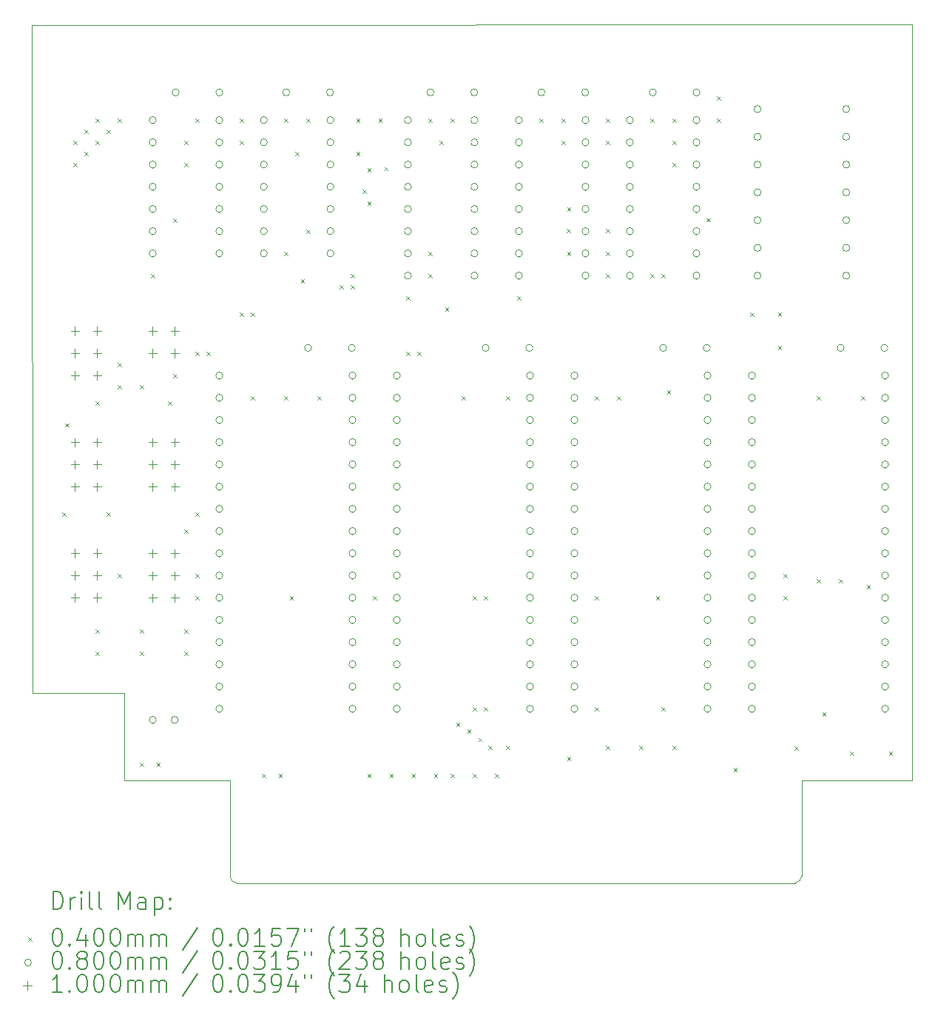
<source format=gbr>
%TF.GenerationSoftware,KiCad,Pcbnew,(7.0.0)*%
%TF.CreationDate,2023-04-19T13:17:44+09:00*%
%TF.ProjectId,project4,70726f6a-6563-4743-942e-6b696361645f,1.5*%
%TF.SameCoordinates,Original*%
%TF.FileFunction,Drillmap*%
%TF.FilePolarity,Positive*%
%FSLAX45Y45*%
G04 Gerber Fmt 4.5, Leading zero omitted, Abs format (unit mm)*
G04 Created by KiCad (PCBNEW (7.0.0)) date 2023-04-19 13:17:44*
%MOMM*%
%LPD*%
G01*
G04 APERTURE LIST*
%ADD10C,0.100000*%
%ADD11C,0.200000*%
%ADD12C,0.040000*%
%ADD13C,0.080000*%
G04 APERTURE END LIST*
D10*
X17712913Y-13898596D02*
X18981147Y-13898948D01*
X11171246Y-14993062D02*
X11171292Y-13899382D01*
X11171246Y-14993062D02*
G75*
G03*
X11251388Y-15073593I80534J2D01*
G01*
X9961708Y-13899382D02*
X9961499Y-12897827D01*
X17713249Y-14994369D02*
X17712913Y-13898596D01*
X18976403Y-5253997D02*
X18981147Y-13898948D01*
X11171292Y-13899382D02*
X9961708Y-13899382D01*
X8908537Y-12898388D02*
X8903406Y-5261772D01*
X11251388Y-15073593D02*
X17636396Y-15072395D01*
X17636396Y-15072400D02*
G75*
G03*
X17713249Y-14994369I-1186J78030D01*
G01*
X8903406Y-5261772D02*
X18976403Y-5253997D01*
X9961499Y-12897827D02*
X8908537Y-12898388D01*
D11*
D12*
X9251000Y-10838500D02*
X9291000Y-10878500D01*
X9291000Y-10838500D02*
X9251000Y-10878500D01*
X9284166Y-9815906D02*
X9324166Y-9855906D01*
X9324166Y-9815906D02*
X9284166Y-9855906D01*
X9378000Y-6584000D02*
X9418000Y-6624000D01*
X9418000Y-6584000D02*
X9378000Y-6624000D01*
X9378000Y-6838000D02*
X9418000Y-6878000D01*
X9418000Y-6838000D02*
X9378000Y-6878000D01*
X9505000Y-6457000D02*
X9545000Y-6497000D01*
X9545000Y-6457000D02*
X9505000Y-6497000D01*
X9505000Y-6711000D02*
X9545000Y-6751000D01*
X9545000Y-6711000D02*
X9505000Y-6751000D01*
X9632000Y-6330000D02*
X9672000Y-6370000D01*
X9672000Y-6330000D02*
X9632000Y-6370000D01*
X9632000Y-6584000D02*
X9672000Y-6624000D01*
X9672000Y-6584000D02*
X9632000Y-6624000D01*
X9632000Y-9568500D02*
X9672000Y-9608500D01*
X9672000Y-9568500D02*
X9632000Y-9608500D01*
X9632000Y-12172000D02*
X9672000Y-12212000D01*
X9672000Y-12172000D02*
X9632000Y-12212000D01*
X9632000Y-12426000D02*
X9672000Y-12466000D01*
X9672000Y-12426000D02*
X9632000Y-12466000D01*
X9759000Y-6457000D02*
X9799000Y-6497000D01*
X9799000Y-6457000D02*
X9759000Y-6497000D01*
X9759000Y-10838500D02*
X9799000Y-10878500D01*
X9799000Y-10838500D02*
X9759000Y-10878500D01*
X9886000Y-6330000D02*
X9926000Y-6370000D01*
X9926000Y-6330000D02*
X9886000Y-6370000D01*
X9886000Y-9124000D02*
X9926000Y-9164000D01*
X9926000Y-9124000D02*
X9886000Y-9164000D01*
X9886000Y-9378000D02*
X9926000Y-9418000D01*
X9926000Y-9378000D02*
X9886000Y-9418000D01*
X9886000Y-11537000D02*
X9926000Y-11577000D01*
X9926000Y-11537000D02*
X9886000Y-11577000D01*
X10140000Y-9378000D02*
X10180000Y-9418000D01*
X10180000Y-9378000D02*
X10140000Y-9418000D01*
X10140000Y-12172000D02*
X10180000Y-12212000D01*
X10180000Y-12172000D02*
X10140000Y-12212000D01*
X10140000Y-12426000D02*
X10180000Y-12466000D01*
X10180000Y-12426000D02*
X10140000Y-12466000D01*
X10140000Y-13696000D02*
X10180000Y-13736000D01*
X10180000Y-13696000D02*
X10140000Y-13736000D01*
X10267000Y-8108000D02*
X10307000Y-8148000D01*
X10307000Y-8108000D02*
X10267000Y-8148000D01*
X10330500Y-13696000D02*
X10370500Y-13736000D01*
X10370500Y-13696000D02*
X10330500Y-13736000D01*
X10461725Y-9564275D02*
X10501725Y-9604275D01*
X10501725Y-9564275D02*
X10461725Y-9604275D01*
X10521000Y-7473000D02*
X10561000Y-7513000D01*
X10561000Y-7473000D02*
X10521000Y-7513000D01*
X10521000Y-9251000D02*
X10561000Y-9291000D01*
X10561000Y-9251000D02*
X10521000Y-9291000D01*
X10648000Y-6584000D02*
X10688000Y-6624000D01*
X10688000Y-6584000D02*
X10648000Y-6624000D01*
X10648000Y-6838000D02*
X10688000Y-6878000D01*
X10688000Y-6838000D02*
X10648000Y-6878000D01*
X10648000Y-11029000D02*
X10688000Y-11069000D01*
X10688000Y-11029000D02*
X10648000Y-11069000D01*
X10648000Y-12172000D02*
X10688000Y-12212000D01*
X10688000Y-12172000D02*
X10648000Y-12212000D01*
X10648000Y-12426000D02*
X10688000Y-12466000D01*
X10688000Y-12426000D02*
X10648000Y-12466000D01*
X10775000Y-6330000D02*
X10815000Y-6370000D01*
X10815000Y-6330000D02*
X10775000Y-6370000D01*
X10775000Y-8997000D02*
X10815000Y-9037000D01*
X10815000Y-8997000D02*
X10775000Y-9037000D01*
X10775000Y-10838500D02*
X10815000Y-10878500D01*
X10815000Y-10838500D02*
X10775000Y-10878500D01*
X10775000Y-11537000D02*
X10815000Y-11577000D01*
X10815000Y-11537000D02*
X10775000Y-11577000D01*
X10775000Y-11791000D02*
X10815000Y-11831000D01*
X10815000Y-11791000D02*
X10775000Y-11831000D01*
X10902000Y-8997000D02*
X10942000Y-9037000D01*
X10942000Y-8997000D02*
X10902000Y-9037000D01*
X11283000Y-6330000D02*
X11323000Y-6370000D01*
X11323000Y-6330000D02*
X11283000Y-6370000D01*
X11283000Y-6584000D02*
X11323000Y-6624000D01*
X11323000Y-6584000D02*
X11283000Y-6624000D01*
X11283000Y-8552500D02*
X11323000Y-8592500D01*
X11323000Y-8552500D02*
X11283000Y-8592500D01*
X11410000Y-8552500D02*
X11450000Y-8592500D01*
X11450000Y-8552500D02*
X11410000Y-8592500D01*
X11410000Y-9505000D02*
X11450000Y-9545000D01*
X11450000Y-9505000D02*
X11410000Y-9545000D01*
X11537000Y-13823000D02*
X11577000Y-13863000D01*
X11577000Y-13823000D02*
X11537000Y-13863000D01*
X11727500Y-13823000D02*
X11767500Y-13863000D01*
X11767500Y-13823000D02*
X11727500Y-13863000D01*
X11791000Y-6330000D02*
X11831000Y-6370000D01*
X11831000Y-6330000D02*
X11791000Y-6370000D01*
X11791000Y-7854000D02*
X11831000Y-7894000D01*
X11831000Y-7854000D02*
X11791000Y-7894000D01*
X11791000Y-9505000D02*
X11831000Y-9545000D01*
X11831000Y-9505000D02*
X11791000Y-9545000D01*
X11854500Y-11791000D02*
X11894500Y-11831000D01*
X11894500Y-11791000D02*
X11854500Y-11831000D01*
X11918000Y-6711000D02*
X11958000Y-6751000D01*
X11958000Y-6711000D02*
X11918000Y-6751000D01*
X11981500Y-8171500D02*
X12021500Y-8211500D01*
X12021500Y-8171500D02*
X11981500Y-8211500D01*
X12045000Y-6330000D02*
X12085000Y-6370000D01*
X12085000Y-6330000D02*
X12045000Y-6370000D01*
X12045000Y-7600000D02*
X12085000Y-7640000D01*
X12085000Y-7600000D02*
X12045000Y-7640000D01*
X12172000Y-9505000D02*
X12212000Y-9545000D01*
X12212000Y-9505000D02*
X12172000Y-9545000D01*
X12426000Y-8235000D02*
X12466000Y-8275000D01*
X12466000Y-8235000D02*
X12426000Y-8275000D01*
X12553000Y-8108000D02*
X12593000Y-8148000D01*
X12593000Y-8108000D02*
X12553000Y-8148000D01*
X12553000Y-8235000D02*
X12593000Y-8275000D01*
X12593000Y-8235000D02*
X12553000Y-8275000D01*
X12616500Y-6330000D02*
X12656500Y-6370000D01*
X12656500Y-6330000D02*
X12616500Y-6370000D01*
X12616500Y-6711000D02*
X12656500Y-6751000D01*
X12656500Y-6711000D02*
X12616500Y-6751000D01*
X12689084Y-7142836D02*
X12729084Y-7182836D01*
X12729084Y-7142836D02*
X12689084Y-7182836D01*
X12743500Y-6901500D02*
X12783500Y-6941500D01*
X12783500Y-6901500D02*
X12743500Y-6941500D01*
X12743500Y-7282500D02*
X12783500Y-7322500D01*
X12783500Y-7282500D02*
X12743500Y-7322500D01*
X12743500Y-13823000D02*
X12783500Y-13863000D01*
X12783500Y-13823000D02*
X12743500Y-13863000D01*
X12807000Y-11791000D02*
X12847000Y-11831000D01*
X12847000Y-11791000D02*
X12807000Y-11831000D01*
X12870500Y-6330000D02*
X12910500Y-6370000D01*
X12910500Y-6330000D02*
X12870500Y-6370000D01*
X12938347Y-6885661D02*
X12978347Y-6925661D01*
X12978347Y-6885661D02*
X12938347Y-6925661D01*
X12997500Y-13823000D02*
X13037500Y-13863000D01*
X13037500Y-13823000D02*
X12997500Y-13863000D01*
X13188000Y-8362000D02*
X13228000Y-8402000D01*
X13228000Y-8362000D02*
X13188000Y-8402000D01*
X13188000Y-8997000D02*
X13228000Y-9037000D01*
X13228000Y-8997000D02*
X13188000Y-9037000D01*
X13251500Y-13823000D02*
X13291500Y-13863000D01*
X13291500Y-13823000D02*
X13251500Y-13863000D01*
X13315000Y-8997000D02*
X13355000Y-9037000D01*
X13355000Y-8997000D02*
X13315000Y-9037000D01*
X13442000Y-6330000D02*
X13482000Y-6370000D01*
X13482000Y-6330000D02*
X13442000Y-6370000D01*
X13442000Y-7854000D02*
X13482000Y-7894000D01*
X13482000Y-7854000D02*
X13442000Y-7894000D01*
X13442000Y-8108000D02*
X13482000Y-8148000D01*
X13482000Y-8108000D02*
X13442000Y-8148000D01*
X13505500Y-13823000D02*
X13545500Y-13863000D01*
X13545500Y-13823000D02*
X13505500Y-13863000D01*
X13569000Y-6584000D02*
X13609000Y-6624000D01*
X13609000Y-6584000D02*
X13569000Y-6624000D01*
X13632500Y-8489000D02*
X13672500Y-8529000D01*
X13672500Y-8489000D02*
X13632500Y-8529000D01*
X13696000Y-6330000D02*
X13736000Y-6370000D01*
X13736000Y-6330000D02*
X13696000Y-6370000D01*
X13696000Y-13823000D02*
X13736000Y-13863000D01*
X13736000Y-13823000D02*
X13696000Y-13863000D01*
X13759500Y-13242550D02*
X13799500Y-13282550D01*
X13799500Y-13242550D02*
X13759500Y-13282550D01*
X13823000Y-9505000D02*
X13863000Y-9545000D01*
X13863000Y-9505000D02*
X13823000Y-9545000D01*
X13886500Y-13315000D02*
X13926500Y-13355000D01*
X13926500Y-13315000D02*
X13886500Y-13355000D01*
X13950000Y-11791000D02*
X13990000Y-11831000D01*
X13990000Y-11791000D02*
X13950000Y-11831000D01*
X13950000Y-13061000D02*
X13990000Y-13101000D01*
X13990000Y-13061000D02*
X13950000Y-13101000D01*
X13950000Y-13823000D02*
X13990000Y-13863000D01*
X13990000Y-13823000D02*
X13950000Y-13863000D01*
X14013500Y-13414049D02*
X14053500Y-13454049D01*
X14053500Y-13414049D02*
X14013500Y-13454049D01*
X14077000Y-11791000D02*
X14117000Y-11831000D01*
X14117000Y-11791000D02*
X14077000Y-11831000D01*
X14077000Y-13061000D02*
X14117000Y-13101000D01*
X14117000Y-13061000D02*
X14077000Y-13101000D01*
X14130449Y-13505500D02*
X14170449Y-13545500D01*
X14170449Y-13505500D02*
X14130449Y-13545500D01*
X14204000Y-13823000D02*
X14244000Y-13863000D01*
X14244000Y-13823000D02*
X14204000Y-13863000D01*
X14331000Y-9505000D02*
X14371000Y-9545000D01*
X14371000Y-9505000D02*
X14331000Y-9545000D01*
X14331000Y-13505500D02*
X14371000Y-13545500D01*
X14371000Y-13505500D02*
X14331000Y-13545500D01*
X14458000Y-8362000D02*
X14498000Y-8402000D01*
X14498000Y-8362000D02*
X14458000Y-8402000D01*
X14712000Y-6330000D02*
X14752000Y-6370000D01*
X14752000Y-6330000D02*
X14712000Y-6370000D01*
X14966000Y-6330000D02*
X15006000Y-6370000D01*
X15006000Y-6330000D02*
X14966000Y-6370000D01*
X14966000Y-6584000D02*
X15006000Y-6624000D01*
X15006000Y-6584000D02*
X14966000Y-6624000D01*
X15026832Y-7595236D02*
X15066832Y-7635236D01*
X15066832Y-7595236D02*
X15026832Y-7635236D01*
X15029500Y-7346000D02*
X15069500Y-7386000D01*
X15069500Y-7346000D02*
X15029500Y-7386000D01*
X15029500Y-7854000D02*
X15069500Y-7894000D01*
X15069500Y-7854000D02*
X15029500Y-7894000D01*
X15029500Y-13632500D02*
X15069500Y-13672500D01*
X15069500Y-13632500D02*
X15029500Y-13672500D01*
X15347000Y-9505000D02*
X15387000Y-9545000D01*
X15387000Y-9505000D02*
X15347000Y-9545000D01*
X15347000Y-11791000D02*
X15387000Y-11831000D01*
X15387000Y-11791000D02*
X15347000Y-11831000D01*
X15347000Y-13061000D02*
X15387000Y-13101000D01*
X15387000Y-13061000D02*
X15347000Y-13101000D01*
X15471006Y-7591384D02*
X15511006Y-7631384D01*
X15511006Y-7591384D02*
X15471006Y-7631384D01*
X15474000Y-6330000D02*
X15514000Y-6370000D01*
X15514000Y-6330000D02*
X15474000Y-6370000D01*
X15474000Y-6584000D02*
X15514000Y-6624000D01*
X15514000Y-6584000D02*
X15474000Y-6624000D01*
X15474000Y-7854000D02*
X15514000Y-7894000D01*
X15514000Y-7854000D02*
X15474000Y-7894000D01*
X15474000Y-8108000D02*
X15514000Y-8148000D01*
X15514000Y-8108000D02*
X15474000Y-8148000D01*
X15474000Y-13505500D02*
X15514000Y-13545500D01*
X15514000Y-13505500D02*
X15474000Y-13545500D01*
X15601000Y-9505000D02*
X15641000Y-9545000D01*
X15641000Y-9505000D02*
X15601000Y-9545000D01*
X15855000Y-13505500D02*
X15895000Y-13545500D01*
X15895000Y-13505500D02*
X15855000Y-13545500D01*
X15982000Y-6330000D02*
X16022000Y-6370000D01*
X16022000Y-6330000D02*
X15982000Y-6370000D01*
X15982000Y-8108000D02*
X16022000Y-8148000D01*
X16022000Y-8108000D02*
X15982000Y-8148000D01*
X16045500Y-11791000D02*
X16085500Y-11831000D01*
X16085500Y-11791000D02*
X16045500Y-11831000D01*
X16109000Y-8108000D02*
X16149000Y-8148000D01*
X16149000Y-8108000D02*
X16109000Y-8148000D01*
X16109000Y-13061000D02*
X16149000Y-13101000D01*
X16149000Y-13061000D02*
X16109000Y-13101000D01*
X16172500Y-9441500D02*
X16212500Y-9481500D01*
X16212500Y-9441500D02*
X16172500Y-9481500D01*
X16236000Y-6330000D02*
X16276000Y-6370000D01*
X16276000Y-6330000D02*
X16236000Y-6370000D01*
X16236000Y-6584000D02*
X16276000Y-6624000D01*
X16276000Y-6584000D02*
X16236000Y-6624000D01*
X16236000Y-6838000D02*
X16276000Y-6878000D01*
X16276000Y-6838000D02*
X16236000Y-6878000D01*
X16236000Y-13505500D02*
X16276000Y-13545500D01*
X16276000Y-13505500D02*
X16236000Y-13545500D01*
X16627941Y-7469434D02*
X16667941Y-7509434D01*
X16667941Y-7469434D02*
X16627941Y-7509434D01*
X16744000Y-6076000D02*
X16784000Y-6116000D01*
X16784000Y-6076000D02*
X16744000Y-6116000D01*
X16744000Y-6330000D02*
X16784000Y-6370000D01*
X16784000Y-6330000D02*
X16744000Y-6370000D01*
X16934500Y-13759500D02*
X16974500Y-13799500D01*
X16974500Y-13759500D02*
X16934500Y-13799500D01*
X17125000Y-8552500D02*
X17165000Y-8592500D01*
X17165000Y-8552500D02*
X17125000Y-8592500D01*
X17442500Y-8552500D02*
X17482500Y-8592500D01*
X17482500Y-8552500D02*
X17442500Y-8592500D01*
X17442500Y-8933500D02*
X17482500Y-8973500D01*
X17482500Y-8933500D02*
X17442500Y-8973500D01*
X17506000Y-11537000D02*
X17546000Y-11577000D01*
X17546000Y-11537000D02*
X17506000Y-11577000D01*
X17506000Y-11791000D02*
X17546000Y-11831000D01*
X17546000Y-11791000D02*
X17506000Y-11831000D01*
X17633000Y-13514450D02*
X17673000Y-13554450D01*
X17673000Y-13514450D02*
X17633000Y-13554450D01*
X17887000Y-9505000D02*
X17927000Y-9545000D01*
X17927000Y-9505000D02*
X17887000Y-9545000D01*
X17887000Y-11600500D02*
X17927000Y-11640500D01*
X17927000Y-11600500D02*
X17887000Y-11640500D01*
X17950500Y-13124500D02*
X17990500Y-13164500D01*
X17990500Y-13124500D02*
X17950500Y-13164500D01*
X18141000Y-11600500D02*
X18181000Y-11640500D01*
X18181000Y-11600500D02*
X18141000Y-11640500D01*
X18268000Y-13569000D02*
X18308000Y-13609000D01*
X18308000Y-13569000D02*
X18268000Y-13609000D01*
X18395000Y-9505000D02*
X18435000Y-9545000D01*
X18435000Y-9505000D02*
X18395000Y-9545000D01*
X18458500Y-11664000D02*
X18498500Y-11704000D01*
X18498500Y-11664000D02*
X18458500Y-11704000D01*
X18712500Y-13569000D02*
X18752500Y-13609000D01*
X18752500Y-13569000D02*
X18712500Y-13609000D01*
D13*
X10327000Y-6350000D02*
G75*
G03*
X10327000Y-6350000I-40000J0D01*
G01*
X10327000Y-6604000D02*
G75*
G03*
X10327000Y-6604000I-40000J0D01*
G01*
X10327000Y-6858000D02*
G75*
G03*
X10327000Y-6858000I-40000J0D01*
G01*
X10327000Y-7112000D02*
G75*
G03*
X10327000Y-7112000I-40000J0D01*
G01*
X10327000Y-7366000D02*
G75*
G03*
X10327000Y-7366000I-40000J0D01*
G01*
X10327000Y-7620000D02*
G75*
G03*
X10327000Y-7620000I-40000J0D01*
G01*
X10327000Y-7874000D02*
G75*
G03*
X10327000Y-7874000I-40000J0D01*
G01*
X10327000Y-13208000D02*
G75*
G03*
X10327000Y-13208000I-40000J0D01*
G01*
X10577000Y-13208000D02*
G75*
G03*
X10577000Y-13208000I-40000J0D01*
G01*
X10589000Y-6032500D02*
G75*
G03*
X10589000Y-6032500I-40000J0D01*
G01*
X11089000Y-6032500D02*
G75*
G03*
X11089000Y-6032500I-40000J0D01*
G01*
X11089000Y-6350000D02*
G75*
G03*
X11089000Y-6350000I-40000J0D01*
G01*
X11089000Y-6604000D02*
G75*
G03*
X11089000Y-6604000I-40000J0D01*
G01*
X11089000Y-6858000D02*
G75*
G03*
X11089000Y-6858000I-40000J0D01*
G01*
X11089000Y-7112000D02*
G75*
G03*
X11089000Y-7112000I-40000J0D01*
G01*
X11089000Y-7366000D02*
G75*
G03*
X11089000Y-7366000I-40000J0D01*
G01*
X11089000Y-7620000D02*
G75*
G03*
X11089000Y-7620000I-40000J0D01*
G01*
X11089000Y-7874000D02*
G75*
G03*
X11089000Y-7874000I-40000J0D01*
G01*
X11089000Y-9271000D02*
G75*
G03*
X11089000Y-9271000I-40000J0D01*
G01*
X11089000Y-9525000D02*
G75*
G03*
X11089000Y-9525000I-40000J0D01*
G01*
X11089000Y-9779000D02*
G75*
G03*
X11089000Y-9779000I-40000J0D01*
G01*
X11089000Y-10033000D02*
G75*
G03*
X11089000Y-10033000I-40000J0D01*
G01*
X11089000Y-10287000D02*
G75*
G03*
X11089000Y-10287000I-40000J0D01*
G01*
X11089000Y-10541000D02*
G75*
G03*
X11089000Y-10541000I-40000J0D01*
G01*
X11089000Y-10795000D02*
G75*
G03*
X11089000Y-10795000I-40000J0D01*
G01*
X11089000Y-11049000D02*
G75*
G03*
X11089000Y-11049000I-40000J0D01*
G01*
X11089000Y-11303000D02*
G75*
G03*
X11089000Y-11303000I-40000J0D01*
G01*
X11089000Y-11557000D02*
G75*
G03*
X11089000Y-11557000I-40000J0D01*
G01*
X11089000Y-11811000D02*
G75*
G03*
X11089000Y-11811000I-40000J0D01*
G01*
X11089000Y-12065000D02*
G75*
G03*
X11089000Y-12065000I-40000J0D01*
G01*
X11089000Y-12319000D02*
G75*
G03*
X11089000Y-12319000I-40000J0D01*
G01*
X11089000Y-12573000D02*
G75*
G03*
X11089000Y-12573000I-40000J0D01*
G01*
X11089000Y-12827000D02*
G75*
G03*
X11089000Y-12827000I-40000J0D01*
G01*
X11089000Y-13081000D02*
G75*
G03*
X11089000Y-13081000I-40000J0D01*
G01*
X11598000Y-6349500D02*
G75*
G03*
X11598000Y-6349500I-40000J0D01*
G01*
X11598000Y-6603500D02*
G75*
G03*
X11598000Y-6603500I-40000J0D01*
G01*
X11598000Y-6857500D02*
G75*
G03*
X11598000Y-6857500I-40000J0D01*
G01*
X11598000Y-7111500D02*
G75*
G03*
X11598000Y-7111500I-40000J0D01*
G01*
X11598000Y-7365500D02*
G75*
G03*
X11598000Y-7365500I-40000J0D01*
G01*
X11598000Y-7619500D02*
G75*
G03*
X11598000Y-7619500I-40000J0D01*
G01*
X11598000Y-7873500D02*
G75*
G03*
X11598000Y-7873500I-40000J0D01*
G01*
X11855000Y-6032500D02*
G75*
G03*
X11855000Y-6032500I-40000J0D01*
G01*
X12105000Y-8953500D02*
G75*
G03*
X12105000Y-8953500I-40000J0D01*
G01*
X12355000Y-6032500D02*
G75*
G03*
X12355000Y-6032500I-40000J0D01*
G01*
X12360000Y-6349500D02*
G75*
G03*
X12360000Y-6349500I-40000J0D01*
G01*
X12360000Y-6603500D02*
G75*
G03*
X12360000Y-6603500I-40000J0D01*
G01*
X12360000Y-6857500D02*
G75*
G03*
X12360000Y-6857500I-40000J0D01*
G01*
X12360000Y-7111500D02*
G75*
G03*
X12360000Y-7111500I-40000J0D01*
G01*
X12360000Y-7365500D02*
G75*
G03*
X12360000Y-7365500I-40000J0D01*
G01*
X12360000Y-7619500D02*
G75*
G03*
X12360000Y-7619500I-40000J0D01*
G01*
X12360000Y-7873500D02*
G75*
G03*
X12360000Y-7873500I-40000J0D01*
G01*
X12605000Y-8953500D02*
G75*
G03*
X12605000Y-8953500I-40000J0D01*
G01*
X12613000Y-9271000D02*
G75*
G03*
X12613000Y-9271000I-40000J0D01*
G01*
X12613000Y-9525000D02*
G75*
G03*
X12613000Y-9525000I-40000J0D01*
G01*
X12613000Y-9779000D02*
G75*
G03*
X12613000Y-9779000I-40000J0D01*
G01*
X12613000Y-10033000D02*
G75*
G03*
X12613000Y-10033000I-40000J0D01*
G01*
X12613000Y-10287000D02*
G75*
G03*
X12613000Y-10287000I-40000J0D01*
G01*
X12613000Y-10541000D02*
G75*
G03*
X12613000Y-10541000I-40000J0D01*
G01*
X12613000Y-10795000D02*
G75*
G03*
X12613000Y-10795000I-40000J0D01*
G01*
X12613000Y-11049000D02*
G75*
G03*
X12613000Y-11049000I-40000J0D01*
G01*
X12613000Y-11303000D02*
G75*
G03*
X12613000Y-11303000I-40000J0D01*
G01*
X12613000Y-11557000D02*
G75*
G03*
X12613000Y-11557000I-40000J0D01*
G01*
X12613000Y-11811000D02*
G75*
G03*
X12613000Y-11811000I-40000J0D01*
G01*
X12613000Y-12065000D02*
G75*
G03*
X12613000Y-12065000I-40000J0D01*
G01*
X12613000Y-12319000D02*
G75*
G03*
X12613000Y-12319000I-40000J0D01*
G01*
X12613000Y-12573000D02*
G75*
G03*
X12613000Y-12573000I-40000J0D01*
G01*
X12613000Y-12827000D02*
G75*
G03*
X12613000Y-12827000I-40000J0D01*
G01*
X12613000Y-13081000D02*
G75*
G03*
X12613000Y-13081000I-40000J0D01*
G01*
X13121000Y-9271000D02*
G75*
G03*
X13121000Y-9271000I-40000J0D01*
G01*
X13121000Y-9525000D02*
G75*
G03*
X13121000Y-9525000I-40000J0D01*
G01*
X13121000Y-9779000D02*
G75*
G03*
X13121000Y-9779000I-40000J0D01*
G01*
X13121000Y-10033000D02*
G75*
G03*
X13121000Y-10033000I-40000J0D01*
G01*
X13121000Y-10287000D02*
G75*
G03*
X13121000Y-10287000I-40000J0D01*
G01*
X13121000Y-10541000D02*
G75*
G03*
X13121000Y-10541000I-40000J0D01*
G01*
X13121000Y-10795000D02*
G75*
G03*
X13121000Y-10795000I-40000J0D01*
G01*
X13121000Y-11049000D02*
G75*
G03*
X13121000Y-11049000I-40000J0D01*
G01*
X13121000Y-11303000D02*
G75*
G03*
X13121000Y-11303000I-40000J0D01*
G01*
X13121000Y-11557000D02*
G75*
G03*
X13121000Y-11557000I-40000J0D01*
G01*
X13121000Y-11811000D02*
G75*
G03*
X13121000Y-11811000I-40000J0D01*
G01*
X13121000Y-12065000D02*
G75*
G03*
X13121000Y-12065000I-40000J0D01*
G01*
X13121000Y-12319000D02*
G75*
G03*
X13121000Y-12319000I-40000J0D01*
G01*
X13121000Y-12573000D02*
G75*
G03*
X13121000Y-12573000I-40000J0D01*
G01*
X13121000Y-12827000D02*
G75*
G03*
X13121000Y-12827000I-40000J0D01*
G01*
X13121000Y-13081000D02*
G75*
G03*
X13121000Y-13081000I-40000J0D01*
G01*
X13247000Y-6350000D02*
G75*
G03*
X13247000Y-6350000I-40000J0D01*
G01*
X13247000Y-6604000D02*
G75*
G03*
X13247000Y-6604000I-40000J0D01*
G01*
X13247000Y-6858000D02*
G75*
G03*
X13247000Y-6858000I-40000J0D01*
G01*
X13247000Y-7112000D02*
G75*
G03*
X13247000Y-7112000I-40000J0D01*
G01*
X13247000Y-7366000D02*
G75*
G03*
X13247000Y-7366000I-40000J0D01*
G01*
X13247000Y-7620000D02*
G75*
G03*
X13247000Y-7620000I-40000J0D01*
G01*
X13247000Y-7874000D02*
G75*
G03*
X13247000Y-7874000I-40000J0D01*
G01*
X13247000Y-8128000D02*
G75*
G03*
X13247000Y-8128000I-40000J0D01*
G01*
X13506000Y-6032500D02*
G75*
G03*
X13506000Y-6032500I-40000J0D01*
G01*
X14006000Y-6032500D02*
G75*
G03*
X14006000Y-6032500I-40000J0D01*
G01*
X14009000Y-6350000D02*
G75*
G03*
X14009000Y-6350000I-40000J0D01*
G01*
X14009000Y-6604000D02*
G75*
G03*
X14009000Y-6604000I-40000J0D01*
G01*
X14009000Y-6858000D02*
G75*
G03*
X14009000Y-6858000I-40000J0D01*
G01*
X14009000Y-7112000D02*
G75*
G03*
X14009000Y-7112000I-40000J0D01*
G01*
X14009000Y-7366000D02*
G75*
G03*
X14009000Y-7366000I-40000J0D01*
G01*
X14009000Y-7620000D02*
G75*
G03*
X14009000Y-7620000I-40000J0D01*
G01*
X14009000Y-7874000D02*
G75*
G03*
X14009000Y-7874000I-40000J0D01*
G01*
X14009000Y-8128000D02*
G75*
G03*
X14009000Y-8128000I-40000J0D01*
G01*
X14137000Y-8953500D02*
G75*
G03*
X14137000Y-8953500I-40000J0D01*
G01*
X14518000Y-6350000D02*
G75*
G03*
X14518000Y-6350000I-40000J0D01*
G01*
X14518000Y-6604000D02*
G75*
G03*
X14518000Y-6604000I-40000J0D01*
G01*
X14518000Y-6858000D02*
G75*
G03*
X14518000Y-6858000I-40000J0D01*
G01*
X14518000Y-7112000D02*
G75*
G03*
X14518000Y-7112000I-40000J0D01*
G01*
X14518000Y-7366000D02*
G75*
G03*
X14518000Y-7366000I-40000J0D01*
G01*
X14518000Y-7620000D02*
G75*
G03*
X14518000Y-7620000I-40000J0D01*
G01*
X14518000Y-7874000D02*
G75*
G03*
X14518000Y-7874000I-40000J0D01*
G01*
X14518000Y-8128000D02*
G75*
G03*
X14518000Y-8128000I-40000J0D01*
G01*
X14637000Y-8953500D02*
G75*
G03*
X14637000Y-8953500I-40000J0D01*
G01*
X14645000Y-9271000D02*
G75*
G03*
X14645000Y-9271000I-40000J0D01*
G01*
X14645000Y-9525000D02*
G75*
G03*
X14645000Y-9525000I-40000J0D01*
G01*
X14645000Y-9779000D02*
G75*
G03*
X14645000Y-9779000I-40000J0D01*
G01*
X14645000Y-10033000D02*
G75*
G03*
X14645000Y-10033000I-40000J0D01*
G01*
X14645000Y-10287000D02*
G75*
G03*
X14645000Y-10287000I-40000J0D01*
G01*
X14645000Y-10541000D02*
G75*
G03*
X14645000Y-10541000I-40000J0D01*
G01*
X14645000Y-10795000D02*
G75*
G03*
X14645000Y-10795000I-40000J0D01*
G01*
X14645000Y-11049000D02*
G75*
G03*
X14645000Y-11049000I-40000J0D01*
G01*
X14645000Y-11303000D02*
G75*
G03*
X14645000Y-11303000I-40000J0D01*
G01*
X14645000Y-11557000D02*
G75*
G03*
X14645000Y-11557000I-40000J0D01*
G01*
X14645000Y-11811000D02*
G75*
G03*
X14645000Y-11811000I-40000J0D01*
G01*
X14645000Y-12065000D02*
G75*
G03*
X14645000Y-12065000I-40000J0D01*
G01*
X14645000Y-12319000D02*
G75*
G03*
X14645000Y-12319000I-40000J0D01*
G01*
X14645000Y-12573000D02*
G75*
G03*
X14645000Y-12573000I-40000J0D01*
G01*
X14645000Y-12827000D02*
G75*
G03*
X14645000Y-12827000I-40000J0D01*
G01*
X14645000Y-13081000D02*
G75*
G03*
X14645000Y-13081000I-40000J0D01*
G01*
X14776000Y-6032500D02*
G75*
G03*
X14776000Y-6032500I-40000J0D01*
G01*
X15153000Y-9271000D02*
G75*
G03*
X15153000Y-9271000I-40000J0D01*
G01*
X15153000Y-9525000D02*
G75*
G03*
X15153000Y-9525000I-40000J0D01*
G01*
X15153000Y-9779000D02*
G75*
G03*
X15153000Y-9779000I-40000J0D01*
G01*
X15153000Y-10033000D02*
G75*
G03*
X15153000Y-10033000I-40000J0D01*
G01*
X15153000Y-10287000D02*
G75*
G03*
X15153000Y-10287000I-40000J0D01*
G01*
X15153000Y-10541000D02*
G75*
G03*
X15153000Y-10541000I-40000J0D01*
G01*
X15153000Y-10795000D02*
G75*
G03*
X15153000Y-10795000I-40000J0D01*
G01*
X15153000Y-11049000D02*
G75*
G03*
X15153000Y-11049000I-40000J0D01*
G01*
X15153000Y-11303000D02*
G75*
G03*
X15153000Y-11303000I-40000J0D01*
G01*
X15153000Y-11557000D02*
G75*
G03*
X15153000Y-11557000I-40000J0D01*
G01*
X15153000Y-11811000D02*
G75*
G03*
X15153000Y-11811000I-40000J0D01*
G01*
X15153000Y-12065000D02*
G75*
G03*
X15153000Y-12065000I-40000J0D01*
G01*
X15153000Y-12319000D02*
G75*
G03*
X15153000Y-12319000I-40000J0D01*
G01*
X15153000Y-12573000D02*
G75*
G03*
X15153000Y-12573000I-40000J0D01*
G01*
X15153000Y-12827000D02*
G75*
G03*
X15153000Y-12827000I-40000J0D01*
G01*
X15153000Y-13081000D02*
G75*
G03*
X15153000Y-13081000I-40000J0D01*
G01*
X15276000Y-6032500D02*
G75*
G03*
X15276000Y-6032500I-40000J0D01*
G01*
X15280000Y-6350000D02*
G75*
G03*
X15280000Y-6350000I-40000J0D01*
G01*
X15280000Y-6604000D02*
G75*
G03*
X15280000Y-6604000I-40000J0D01*
G01*
X15280000Y-6858000D02*
G75*
G03*
X15280000Y-6858000I-40000J0D01*
G01*
X15280000Y-7112000D02*
G75*
G03*
X15280000Y-7112000I-40000J0D01*
G01*
X15280000Y-7366000D02*
G75*
G03*
X15280000Y-7366000I-40000J0D01*
G01*
X15280000Y-7620000D02*
G75*
G03*
X15280000Y-7620000I-40000J0D01*
G01*
X15280000Y-7874000D02*
G75*
G03*
X15280000Y-7874000I-40000J0D01*
G01*
X15280000Y-8128000D02*
G75*
G03*
X15280000Y-8128000I-40000J0D01*
G01*
X15788000Y-6350000D02*
G75*
G03*
X15788000Y-6350000I-40000J0D01*
G01*
X15788000Y-6604000D02*
G75*
G03*
X15788000Y-6604000I-40000J0D01*
G01*
X15788000Y-6858000D02*
G75*
G03*
X15788000Y-6858000I-40000J0D01*
G01*
X15788000Y-7112000D02*
G75*
G03*
X15788000Y-7112000I-40000J0D01*
G01*
X15788000Y-7366000D02*
G75*
G03*
X15788000Y-7366000I-40000J0D01*
G01*
X15788000Y-7620000D02*
G75*
G03*
X15788000Y-7620000I-40000J0D01*
G01*
X15788000Y-7874000D02*
G75*
G03*
X15788000Y-7874000I-40000J0D01*
G01*
X15788000Y-8128000D02*
G75*
G03*
X15788000Y-8128000I-40000J0D01*
G01*
X16050000Y-6032500D02*
G75*
G03*
X16050000Y-6032500I-40000J0D01*
G01*
X16169000Y-8953500D02*
G75*
G03*
X16169000Y-8953500I-40000J0D01*
G01*
X16550000Y-6032500D02*
G75*
G03*
X16550000Y-6032500I-40000J0D01*
G01*
X16550000Y-6350000D02*
G75*
G03*
X16550000Y-6350000I-40000J0D01*
G01*
X16550000Y-6604000D02*
G75*
G03*
X16550000Y-6604000I-40000J0D01*
G01*
X16550000Y-6858000D02*
G75*
G03*
X16550000Y-6858000I-40000J0D01*
G01*
X16550000Y-7112000D02*
G75*
G03*
X16550000Y-7112000I-40000J0D01*
G01*
X16550000Y-7366000D02*
G75*
G03*
X16550000Y-7366000I-40000J0D01*
G01*
X16550000Y-7620000D02*
G75*
G03*
X16550000Y-7620000I-40000J0D01*
G01*
X16550000Y-7874000D02*
G75*
G03*
X16550000Y-7874000I-40000J0D01*
G01*
X16550000Y-8128000D02*
G75*
G03*
X16550000Y-8128000I-40000J0D01*
G01*
X16669000Y-8953500D02*
G75*
G03*
X16669000Y-8953500I-40000J0D01*
G01*
X16677000Y-9271000D02*
G75*
G03*
X16677000Y-9271000I-40000J0D01*
G01*
X16677000Y-9525000D02*
G75*
G03*
X16677000Y-9525000I-40000J0D01*
G01*
X16677000Y-9779000D02*
G75*
G03*
X16677000Y-9779000I-40000J0D01*
G01*
X16677000Y-10033000D02*
G75*
G03*
X16677000Y-10033000I-40000J0D01*
G01*
X16677000Y-10287000D02*
G75*
G03*
X16677000Y-10287000I-40000J0D01*
G01*
X16677000Y-10541000D02*
G75*
G03*
X16677000Y-10541000I-40000J0D01*
G01*
X16677000Y-10795000D02*
G75*
G03*
X16677000Y-10795000I-40000J0D01*
G01*
X16677000Y-11049000D02*
G75*
G03*
X16677000Y-11049000I-40000J0D01*
G01*
X16677000Y-11303000D02*
G75*
G03*
X16677000Y-11303000I-40000J0D01*
G01*
X16677000Y-11557000D02*
G75*
G03*
X16677000Y-11557000I-40000J0D01*
G01*
X16677000Y-11811000D02*
G75*
G03*
X16677000Y-11811000I-40000J0D01*
G01*
X16677000Y-12065000D02*
G75*
G03*
X16677000Y-12065000I-40000J0D01*
G01*
X16677000Y-12319000D02*
G75*
G03*
X16677000Y-12319000I-40000J0D01*
G01*
X16677000Y-12573000D02*
G75*
G03*
X16677000Y-12573000I-40000J0D01*
G01*
X16677000Y-12827000D02*
G75*
G03*
X16677000Y-12827000I-40000J0D01*
G01*
X16677000Y-13081000D02*
G75*
G03*
X16677000Y-13081000I-40000J0D01*
G01*
X17185000Y-9271000D02*
G75*
G03*
X17185000Y-9271000I-40000J0D01*
G01*
X17185000Y-9525000D02*
G75*
G03*
X17185000Y-9525000I-40000J0D01*
G01*
X17185000Y-9779000D02*
G75*
G03*
X17185000Y-9779000I-40000J0D01*
G01*
X17185000Y-10033000D02*
G75*
G03*
X17185000Y-10033000I-40000J0D01*
G01*
X17185000Y-10287000D02*
G75*
G03*
X17185000Y-10287000I-40000J0D01*
G01*
X17185000Y-10541000D02*
G75*
G03*
X17185000Y-10541000I-40000J0D01*
G01*
X17185000Y-10795000D02*
G75*
G03*
X17185000Y-10795000I-40000J0D01*
G01*
X17185000Y-11049000D02*
G75*
G03*
X17185000Y-11049000I-40000J0D01*
G01*
X17185000Y-11303000D02*
G75*
G03*
X17185000Y-11303000I-40000J0D01*
G01*
X17185000Y-11557000D02*
G75*
G03*
X17185000Y-11557000I-40000J0D01*
G01*
X17185000Y-11811000D02*
G75*
G03*
X17185000Y-11811000I-40000J0D01*
G01*
X17185000Y-12065000D02*
G75*
G03*
X17185000Y-12065000I-40000J0D01*
G01*
X17185000Y-12319000D02*
G75*
G03*
X17185000Y-12319000I-40000J0D01*
G01*
X17185000Y-12573000D02*
G75*
G03*
X17185000Y-12573000I-40000J0D01*
G01*
X17185000Y-12827000D02*
G75*
G03*
X17185000Y-12827000I-40000J0D01*
G01*
X17185000Y-13081000D02*
G75*
G03*
X17185000Y-13081000I-40000J0D01*
G01*
X17248500Y-6223000D02*
G75*
G03*
X17248500Y-6223000I-40000J0D01*
G01*
X17248500Y-6540500D02*
G75*
G03*
X17248500Y-6540500I-40000J0D01*
G01*
X17248500Y-6858000D02*
G75*
G03*
X17248500Y-6858000I-40000J0D01*
G01*
X17248500Y-7175500D02*
G75*
G03*
X17248500Y-7175500I-40000J0D01*
G01*
X17248500Y-7493000D02*
G75*
G03*
X17248500Y-7493000I-40000J0D01*
G01*
X17248500Y-7810500D02*
G75*
G03*
X17248500Y-7810500I-40000J0D01*
G01*
X17248500Y-8128000D02*
G75*
G03*
X17248500Y-8128000I-40000J0D01*
G01*
X18201000Y-8953500D02*
G75*
G03*
X18201000Y-8953500I-40000J0D01*
G01*
X18264500Y-6223000D02*
G75*
G03*
X18264500Y-6223000I-40000J0D01*
G01*
X18264500Y-6540500D02*
G75*
G03*
X18264500Y-6540500I-40000J0D01*
G01*
X18264500Y-6858000D02*
G75*
G03*
X18264500Y-6858000I-40000J0D01*
G01*
X18264500Y-7175500D02*
G75*
G03*
X18264500Y-7175500I-40000J0D01*
G01*
X18264500Y-7493000D02*
G75*
G03*
X18264500Y-7493000I-40000J0D01*
G01*
X18264500Y-7810500D02*
G75*
G03*
X18264500Y-7810500I-40000J0D01*
G01*
X18264500Y-8128000D02*
G75*
G03*
X18264500Y-8128000I-40000J0D01*
G01*
X18701000Y-8953500D02*
G75*
G03*
X18701000Y-8953500I-40000J0D01*
G01*
X18709000Y-9271000D02*
G75*
G03*
X18709000Y-9271000I-40000J0D01*
G01*
X18709000Y-9525000D02*
G75*
G03*
X18709000Y-9525000I-40000J0D01*
G01*
X18709000Y-9779000D02*
G75*
G03*
X18709000Y-9779000I-40000J0D01*
G01*
X18709000Y-10033000D02*
G75*
G03*
X18709000Y-10033000I-40000J0D01*
G01*
X18709000Y-10287000D02*
G75*
G03*
X18709000Y-10287000I-40000J0D01*
G01*
X18709000Y-10541000D02*
G75*
G03*
X18709000Y-10541000I-40000J0D01*
G01*
X18709000Y-10795000D02*
G75*
G03*
X18709000Y-10795000I-40000J0D01*
G01*
X18709000Y-11049000D02*
G75*
G03*
X18709000Y-11049000I-40000J0D01*
G01*
X18709000Y-11303000D02*
G75*
G03*
X18709000Y-11303000I-40000J0D01*
G01*
X18709000Y-11557000D02*
G75*
G03*
X18709000Y-11557000I-40000J0D01*
G01*
X18709000Y-11811000D02*
G75*
G03*
X18709000Y-11811000I-40000J0D01*
G01*
X18709000Y-12065000D02*
G75*
G03*
X18709000Y-12065000I-40000J0D01*
G01*
X18709000Y-12319000D02*
G75*
G03*
X18709000Y-12319000I-40000J0D01*
G01*
X18709000Y-12573000D02*
G75*
G03*
X18709000Y-12573000I-40000J0D01*
G01*
X18709000Y-12827000D02*
G75*
G03*
X18709000Y-12827000I-40000J0D01*
G01*
X18709000Y-13081000D02*
G75*
G03*
X18709000Y-13081000I-40000J0D01*
G01*
D10*
X9397500Y-8712500D02*
X9397500Y-8812500D01*
X9347500Y-8762500D02*
X9447500Y-8762500D01*
X9397500Y-8966500D02*
X9397500Y-9066500D01*
X9347500Y-9016500D02*
X9447500Y-9016500D01*
X9397500Y-9220500D02*
X9397500Y-9320500D01*
X9347500Y-9270500D02*
X9447500Y-9270500D01*
X9397500Y-9984500D02*
X9397500Y-10084500D01*
X9347500Y-10034500D02*
X9447500Y-10034500D01*
X9397500Y-10238500D02*
X9397500Y-10338500D01*
X9347500Y-10288500D02*
X9447500Y-10288500D01*
X9397500Y-10492500D02*
X9397500Y-10592500D01*
X9347500Y-10542500D02*
X9447500Y-10542500D01*
X9397500Y-11253000D02*
X9397500Y-11353000D01*
X9347500Y-11303000D02*
X9447500Y-11303000D01*
X9397500Y-11507000D02*
X9397500Y-11607000D01*
X9347500Y-11557000D02*
X9447500Y-11557000D01*
X9397500Y-11761000D02*
X9397500Y-11861000D01*
X9347500Y-11811000D02*
X9447500Y-11811000D01*
X9651500Y-8712500D02*
X9651500Y-8812500D01*
X9601500Y-8762500D02*
X9701500Y-8762500D01*
X9651500Y-8966500D02*
X9651500Y-9066500D01*
X9601500Y-9016500D02*
X9701500Y-9016500D01*
X9651500Y-9220500D02*
X9651500Y-9320500D01*
X9601500Y-9270500D02*
X9701500Y-9270500D01*
X9651500Y-9984500D02*
X9651500Y-10084500D01*
X9601500Y-10034500D02*
X9701500Y-10034500D01*
X9651500Y-10238500D02*
X9651500Y-10338500D01*
X9601500Y-10288500D02*
X9701500Y-10288500D01*
X9651500Y-10492500D02*
X9651500Y-10592500D01*
X9601500Y-10542500D02*
X9701500Y-10542500D01*
X9651500Y-11253000D02*
X9651500Y-11353000D01*
X9601500Y-11303000D02*
X9701500Y-11303000D01*
X9651500Y-11507000D02*
X9651500Y-11607000D01*
X9601500Y-11557000D02*
X9701500Y-11557000D01*
X9651500Y-11761000D02*
X9651500Y-11861000D01*
X9601500Y-11811000D02*
X9701500Y-11811000D01*
X10286500Y-8712500D02*
X10286500Y-8812500D01*
X10236500Y-8762500D02*
X10336500Y-8762500D01*
X10286500Y-8966500D02*
X10286500Y-9066500D01*
X10236500Y-9016500D02*
X10336500Y-9016500D01*
X10286500Y-9984500D02*
X10286500Y-10084500D01*
X10236500Y-10034500D02*
X10336500Y-10034500D01*
X10286500Y-10238500D02*
X10286500Y-10338500D01*
X10236500Y-10288500D02*
X10336500Y-10288500D01*
X10286500Y-10492500D02*
X10286500Y-10592500D01*
X10236500Y-10542500D02*
X10336500Y-10542500D01*
X10286500Y-11254500D02*
X10286500Y-11354500D01*
X10236500Y-11304500D02*
X10336500Y-11304500D01*
X10286500Y-11508500D02*
X10286500Y-11608500D01*
X10236500Y-11558500D02*
X10336500Y-11558500D01*
X10286500Y-11762500D02*
X10286500Y-11862500D01*
X10236500Y-11812500D02*
X10336500Y-11812500D01*
X10540500Y-8712500D02*
X10540500Y-8812500D01*
X10490500Y-8762500D02*
X10590500Y-8762500D01*
X10540500Y-8966500D02*
X10540500Y-9066500D01*
X10490500Y-9016500D02*
X10590500Y-9016500D01*
X10540500Y-9984500D02*
X10540500Y-10084500D01*
X10490500Y-10034500D02*
X10590500Y-10034500D01*
X10540500Y-10238500D02*
X10540500Y-10338500D01*
X10490500Y-10288500D02*
X10590500Y-10288500D01*
X10540500Y-10492500D02*
X10540500Y-10592500D01*
X10490500Y-10542500D02*
X10590500Y-10542500D01*
X10540500Y-11254500D02*
X10540500Y-11354500D01*
X10490500Y-11304500D02*
X10590500Y-11304500D01*
X10540500Y-11508500D02*
X10540500Y-11608500D01*
X10490500Y-11558500D02*
X10590500Y-11558500D01*
X10540500Y-11762500D02*
X10540500Y-11862500D01*
X10490500Y-11812500D02*
X10590500Y-11812500D01*
D11*
X9146025Y-15372069D02*
X9146025Y-15172069D01*
X9146025Y-15172069D02*
X9193644Y-15172069D01*
X9193644Y-15172069D02*
X9222216Y-15181593D01*
X9222216Y-15181593D02*
X9241263Y-15200641D01*
X9241263Y-15200641D02*
X9250787Y-15219689D01*
X9250787Y-15219689D02*
X9260311Y-15257784D01*
X9260311Y-15257784D02*
X9260311Y-15286355D01*
X9260311Y-15286355D02*
X9250787Y-15324450D01*
X9250787Y-15324450D02*
X9241263Y-15343498D01*
X9241263Y-15343498D02*
X9222216Y-15362546D01*
X9222216Y-15362546D02*
X9193644Y-15372069D01*
X9193644Y-15372069D02*
X9146025Y-15372069D01*
X9346025Y-15372069D02*
X9346025Y-15238736D01*
X9346025Y-15276831D02*
X9355549Y-15257784D01*
X9355549Y-15257784D02*
X9365073Y-15248260D01*
X9365073Y-15248260D02*
X9384121Y-15238736D01*
X9384121Y-15238736D02*
X9403168Y-15238736D01*
X9469835Y-15372069D02*
X9469835Y-15238736D01*
X9469835Y-15172069D02*
X9460311Y-15181593D01*
X9460311Y-15181593D02*
X9469835Y-15191117D01*
X9469835Y-15191117D02*
X9479359Y-15181593D01*
X9479359Y-15181593D02*
X9469835Y-15172069D01*
X9469835Y-15172069D02*
X9469835Y-15191117D01*
X9593644Y-15372069D02*
X9574597Y-15362546D01*
X9574597Y-15362546D02*
X9565073Y-15343498D01*
X9565073Y-15343498D02*
X9565073Y-15172069D01*
X9698406Y-15372069D02*
X9679359Y-15362546D01*
X9679359Y-15362546D02*
X9669835Y-15343498D01*
X9669835Y-15343498D02*
X9669835Y-15172069D01*
X9894597Y-15372069D02*
X9894597Y-15172069D01*
X9894597Y-15172069D02*
X9961263Y-15314927D01*
X9961263Y-15314927D02*
X10027930Y-15172069D01*
X10027930Y-15172069D02*
X10027930Y-15372069D01*
X10208882Y-15372069D02*
X10208882Y-15267308D01*
X10208882Y-15267308D02*
X10199359Y-15248260D01*
X10199359Y-15248260D02*
X10180311Y-15238736D01*
X10180311Y-15238736D02*
X10142216Y-15238736D01*
X10142216Y-15238736D02*
X10123168Y-15248260D01*
X10208882Y-15362546D02*
X10189835Y-15372069D01*
X10189835Y-15372069D02*
X10142216Y-15372069D01*
X10142216Y-15372069D02*
X10123168Y-15362546D01*
X10123168Y-15362546D02*
X10113644Y-15343498D01*
X10113644Y-15343498D02*
X10113644Y-15324450D01*
X10113644Y-15324450D02*
X10123168Y-15305403D01*
X10123168Y-15305403D02*
X10142216Y-15295879D01*
X10142216Y-15295879D02*
X10189835Y-15295879D01*
X10189835Y-15295879D02*
X10208882Y-15286355D01*
X10304121Y-15238736D02*
X10304121Y-15438736D01*
X10304121Y-15248260D02*
X10323168Y-15238736D01*
X10323168Y-15238736D02*
X10361263Y-15238736D01*
X10361263Y-15238736D02*
X10380311Y-15248260D01*
X10380311Y-15248260D02*
X10389835Y-15257784D01*
X10389835Y-15257784D02*
X10399359Y-15276831D01*
X10399359Y-15276831D02*
X10399359Y-15333974D01*
X10399359Y-15333974D02*
X10389835Y-15353022D01*
X10389835Y-15353022D02*
X10380311Y-15362546D01*
X10380311Y-15362546D02*
X10361263Y-15372069D01*
X10361263Y-15372069D02*
X10323168Y-15372069D01*
X10323168Y-15372069D02*
X10304121Y-15362546D01*
X10485073Y-15353022D02*
X10494597Y-15362546D01*
X10494597Y-15362546D02*
X10485073Y-15372069D01*
X10485073Y-15372069D02*
X10475549Y-15362546D01*
X10475549Y-15362546D02*
X10485073Y-15353022D01*
X10485073Y-15353022D02*
X10485073Y-15372069D01*
X10485073Y-15248260D02*
X10494597Y-15257784D01*
X10494597Y-15257784D02*
X10485073Y-15267308D01*
X10485073Y-15267308D02*
X10475549Y-15257784D01*
X10475549Y-15257784D02*
X10485073Y-15248260D01*
X10485073Y-15248260D02*
X10485073Y-15267308D01*
D12*
X8858406Y-15698593D02*
X8898406Y-15738593D01*
X8898406Y-15698593D02*
X8858406Y-15738593D01*
D11*
X9184121Y-15592069D02*
X9203168Y-15592069D01*
X9203168Y-15592069D02*
X9222216Y-15601593D01*
X9222216Y-15601593D02*
X9231740Y-15611117D01*
X9231740Y-15611117D02*
X9241263Y-15630165D01*
X9241263Y-15630165D02*
X9250787Y-15668260D01*
X9250787Y-15668260D02*
X9250787Y-15715879D01*
X9250787Y-15715879D02*
X9241263Y-15753974D01*
X9241263Y-15753974D02*
X9231740Y-15773022D01*
X9231740Y-15773022D02*
X9222216Y-15782546D01*
X9222216Y-15782546D02*
X9203168Y-15792069D01*
X9203168Y-15792069D02*
X9184121Y-15792069D01*
X9184121Y-15792069D02*
X9165073Y-15782546D01*
X9165073Y-15782546D02*
X9155549Y-15773022D01*
X9155549Y-15773022D02*
X9146025Y-15753974D01*
X9146025Y-15753974D02*
X9136502Y-15715879D01*
X9136502Y-15715879D02*
X9136502Y-15668260D01*
X9136502Y-15668260D02*
X9146025Y-15630165D01*
X9146025Y-15630165D02*
X9155549Y-15611117D01*
X9155549Y-15611117D02*
X9165073Y-15601593D01*
X9165073Y-15601593D02*
X9184121Y-15592069D01*
X9336502Y-15773022D02*
X9346025Y-15782546D01*
X9346025Y-15782546D02*
X9336502Y-15792069D01*
X9336502Y-15792069D02*
X9326978Y-15782546D01*
X9326978Y-15782546D02*
X9336502Y-15773022D01*
X9336502Y-15773022D02*
X9336502Y-15792069D01*
X9517454Y-15658736D02*
X9517454Y-15792069D01*
X9469835Y-15582546D02*
X9422216Y-15725403D01*
X9422216Y-15725403D02*
X9546025Y-15725403D01*
X9660311Y-15592069D02*
X9679359Y-15592069D01*
X9679359Y-15592069D02*
X9698406Y-15601593D01*
X9698406Y-15601593D02*
X9707930Y-15611117D01*
X9707930Y-15611117D02*
X9717454Y-15630165D01*
X9717454Y-15630165D02*
X9726978Y-15668260D01*
X9726978Y-15668260D02*
X9726978Y-15715879D01*
X9726978Y-15715879D02*
X9717454Y-15753974D01*
X9717454Y-15753974D02*
X9707930Y-15773022D01*
X9707930Y-15773022D02*
X9698406Y-15782546D01*
X9698406Y-15782546D02*
X9679359Y-15792069D01*
X9679359Y-15792069D02*
X9660311Y-15792069D01*
X9660311Y-15792069D02*
X9641263Y-15782546D01*
X9641263Y-15782546D02*
X9631740Y-15773022D01*
X9631740Y-15773022D02*
X9622216Y-15753974D01*
X9622216Y-15753974D02*
X9612692Y-15715879D01*
X9612692Y-15715879D02*
X9612692Y-15668260D01*
X9612692Y-15668260D02*
X9622216Y-15630165D01*
X9622216Y-15630165D02*
X9631740Y-15611117D01*
X9631740Y-15611117D02*
X9641263Y-15601593D01*
X9641263Y-15601593D02*
X9660311Y-15592069D01*
X9850787Y-15592069D02*
X9869835Y-15592069D01*
X9869835Y-15592069D02*
X9888883Y-15601593D01*
X9888883Y-15601593D02*
X9898406Y-15611117D01*
X9898406Y-15611117D02*
X9907930Y-15630165D01*
X9907930Y-15630165D02*
X9917454Y-15668260D01*
X9917454Y-15668260D02*
X9917454Y-15715879D01*
X9917454Y-15715879D02*
X9907930Y-15753974D01*
X9907930Y-15753974D02*
X9898406Y-15773022D01*
X9898406Y-15773022D02*
X9888883Y-15782546D01*
X9888883Y-15782546D02*
X9869835Y-15792069D01*
X9869835Y-15792069D02*
X9850787Y-15792069D01*
X9850787Y-15792069D02*
X9831740Y-15782546D01*
X9831740Y-15782546D02*
X9822216Y-15773022D01*
X9822216Y-15773022D02*
X9812692Y-15753974D01*
X9812692Y-15753974D02*
X9803168Y-15715879D01*
X9803168Y-15715879D02*
X9803168Y-15668260D01*
X9803168Y-15668260D02*
X9812692Y-15630165D01*
X9812692Y-15630165D02*
X9822216Y-15611117D01*
X9822216Y-15611117D02*
X9831740Y-15601593D01*
X9831740Y-15601593D02*
X9850787Y-15592069D01*
X10003168Y-15792069D02*
X10003168Y-15658736D01*
X10003168Y-15677784D02*
X10012692Y-15668260D01*
X10012692Y-15668260D02*
X10031740Y-15658736D01*
X10031740Y-15658736D02*
X10060311Y-15658736D01*
X10060311Y-15658736D02*
X10079359Y-15668260D01*
X10079359Y-15668260D02*
X10088883Y-15687308D01*
X10088883Y-15687308D02*
X10088883Y-15792069D01*
X10088883Y-15687308D02*
X10098406Y-15668260D01*
X10098406Y-15668260D02*
X10117454Y-15658736D01*
X10117454Y-15658736D02*
X10146025Y-15658736D01*
X10146025Y-15658736D02*
X10165073Y-15668260D01*
X10165073Y-15668260D02*
X10174597Y-15687308D01*
X10174597Y-15687308D02*
X10174597Y-15792069D01*
X10269835Y-15792069D02*
X10269835Y-15658736D01*
X10269835Y-15677784D02*
X10279359Y-15668260D01*
X10279359Y-15668260D02*
X10298406Y-15658736D01*
X10298406Y-15658736D02*
X10326978Y-15658736D01*
X10326978Y-15658736D02*
X10346025Y-15668260D01*
X10346025Y-15668260D02*
X10355549Y-15687308D01*
X10355549Y-15687308D02*
X10355549Y-15792069D01*
X10355549Y-15687308D02*
X10365073Y-15668260D01*
X10365073Y-15668260D02*
X10384121Y-15658736D01*
X10384121Y-15658736D02*
X10412692Y-15658736D01*
X10412692Y-15658736D02*
X10431740Y-15668260D01*
X10431740Y-15668260D02*
X10441264Y-15687308D01*
X10441264Y-15687308D02*
X10441264Y-15792069D01*
X10799359Y-15582546D02*
X10627930Y-15839689D01*
X11024121Y-15592069D02*
X11043168Y-15592069D01*
X11043168Y-15592069D02*
X11062216Y-15601593D01*
X11062216Y-15601593D02*
X11071740Y-15611117D01*
X11071740Y-15611117D02*
X11081264Y-15630165D01*
X11081264Y-15630165D02*
X11090787Y-15668260D01*
X11090787Y-15668260D02*
X11090787Y-15715879D01*
X11090787Y-15715879D02*
X11081264Y-15753974D01*
X11081264Y-15753974D02*
X11071740Y-15773022D01*
X11071740Y-15773022D02*
X11062216Y-15782546D01*
X11062216Y-15782546D02*
X11043168Y-15792069D01*
X11043168Y-15792069D02*
X11024121Y-15792069D01*
X11024121Y-15792069D02*
X11005073Y-15782546D01*
X11005073Y-15782546D02*
X10995549Y-15773022D01*
X10995549Y-15773022D02*
X10986025Y-15753974D01*
X10986025Y-15753974D02*
X10976502Y-15715879D01*
X10976502Y-15715879D02*
X10976502Y-15668260D01*
X10976502Y-15668260D02*
X10986025Y-15630165D01*
X10986025Y-15630165D02*
X10995549Y-15611117D01*
X10995549Y-15611117D02*
X11005073Y-15601593D01*
X11005073Y-15601593D02*
X11024121Y-15592069D01*
X11176502Y-15773022D02*
X11186025Y-15782546D01*
X11186025Y-15782546D02*
X11176502Y-15792069D01*
X11176502Y-15792069D02*
X11166978Y-15782546D01*
X11166978Y-15782546D02*
X11176502Y-15773022D01*
X11176502Y-15773022D02*
X11176502Y-15792069D01*
X11309835Y-15592069D02*
X11328883Y-15592069D01*
X11328883Y-15592069D02*
X11347930Y-15601593D01*
X11347930Y-15601593D02*
X11357454Y-15611117D01*
X11357454Y-15611117D02*
X11366978Y-15630165D01*
X11366978Y-15630165D02*
X11376502Y-15668260D01*
X11376502Y-15668260D02*
X11376502Y-15715879D01*
X11376502Y-15715879D02*
X11366978Y-15753974D01*
X11366978Y-15753974D02*
X11357454Y-15773022D01*
X11357454Y-15773022D02*
X11347930Y-15782546D01*
X11347930Y-15782546D02*
X11328883Y-15792069D01*
X11328883Y-15792069D02*
X11309835Y-15792069D01*
X11309835Y-15792069D02*
X11290787Y-15782546D01*
X11290787Y-15782546D02*
X11281263Y-15773022D01*
X11281263Y-15773022D02*
X11271740Y-15753974D01*
X11271740Y-15753974D02*
X11262216Y-15715879D01*
X11262216Y-15715879D02*
X11262216Y-15668260D01*
X11262216Y-15668260D02*
X11271740Y-15630165D01*
X11271740Y-15630165D02*
X11281263Y-15611117D01*
X11281263Y-15611117D02*
X11290787Y-15601593D01*
X11290787Y-15601593D02*
X11309835Y-15592069D01*
X11566978Y-15792069D02*
X11452692Y-15792069D01*
X11509835Y-15792069D02*
X11509835Y-15592069D01*
X11509835Y-15592069D02*
X11490787Y-15620641D01*
X11490787Y-15620641D02*
X11471740Y-15639689D01*
X11471740Y-15639689D02*
X11452692Y-15649212D01*
X11747930Y-15592069D02*
X11652692Y-15592069D01*
X11652692Y-15592069D02*
X11643168Y-15687308D01*
X11643168Y-15687308D02*
X11652692Y-15677784D01*
X11652692Y-15677784D02*
X11671740Y-15668260D01*
X11671740Y-15668260D02*
X11719359Y-15668260D01*
X11719359Y-15668260D02*
X11738406Y-15677784D01*
X11738406Y-15677784D02*
X11747930Y-15687308D01*
X11747930Y-15687308D02*
X11757454Y-15706355D01*
X11757454Y-15706355D02*
X11757454Y-15753974D01*
X11757454Y-15753974D02*
X11747930Y-15773022D01*
X11747930Y-15773022D02*
X11738406Y-15782546D01*
X11738406Y-15782546D02*
X11719359Y-15792069D01*
X11719359Y-15792069D02*
X11671740Y-15792069D01*
X11671740Y-15792069D02*
X11652692Y-15782546D01*
X11652692Y-15782546D02*
X11643168Y-15773022D01*
X11824121Y-15592069D02*
X11957454Y-15592069D01*
X11957454Y-15592069D02*
X11871740Y-15792069D01*
X12024121Y-15592069D02*
X12024121Y-15630165D01*
X12100311Y-15592069D02*
X12100311Y-15630165D01*
X12363168Y-15868260D02*
X12353644Y-15858736D01*
X12353644Y-15858736D02*
X12334597Y-15830165D01*
X12334597Y-15830165D02*
X12325073Y-15811117D01*
X12325073Y-15811117D02*
X12315549Y-15782546D01*
X12315549Y-15782546D02*
X12306025Y-15734927D01*
X12306025Y-15734927D02*
X12306025Y-15696831D01*
X12306025Y-15696831D02*
X12315549Y-15649212D01*
X12315549Y-15649212D02*
X12325073Y-15620641D01*
X12325073Y-15620641D02*
X12334597Y-15601593D01*
X12334597Y-15601593D02*
X12353644Y-15573022D01*
X12353644Y-15573022D02*
X12363168Y-15563498D01*
X12544121Y-15792069D02*
X12429835Y-15792069D01*
X12486978Y-15792069D02*
X12486978Y-15592069D01*
X12486978Y-15592069D02*
X12467930Y-15620641D01*
X12467930Y-15620641D02*
X12448883Y-15639689D01*
X12448883Y-15639689D02*
X12429835Y-15649212D01*
X12610787Y-15592069D02*
X12734597Y-15592069D01*
X12734597Y-15592069D02*
X12667930Y-15668260D01*
X12667930Y-15668260D02*
X12696502Y-15668260D01*
X12696502Y-15668260D02*
X12715549Y-15677784D01*
X12715549Y-15677784D02*
X12725073Y-15687308D01*
X12725073Y-15687308D02*
X12734597Y-15706355D01*
X12734597Y-15706355D02*
X12734597Y-15753974D01*
X12734597Y-15753974D02*
X12725073Y-15773022D01*
X12725073Y-15773022D02*
X12715549Y-15782546D01*
X12715549Y-15782546D02*
X12696502Y-15792069D01*
X12696502Y-15792069D02*
X12639359Y-15792069D01*
X12639359Y-15792069D02*
X12620311Y-15782546D01*
X12620311Y-15782546D02*
X12610787Y-15773022D01*
X12848883Y-15677784D02*
X12829835Y-15668260D01*
X12829835Y-15668260D02*
X12820311Y-15658736D01*
X12820311Y-15658736D02*
X12810787Y-15639689D01*
X12810787Y-15639689D02*
X12810787Y-15630165D01*
X12810787Y-15630165D02*
X12820311Y-15611117D01*
X12820311Y-15611117D02*
X12829835Y-15601593D01*
X12829835Y-15601593D02*
X12848883Y-15592069D01*
X12848883Y-15592069D02*
X12886978Y-15592069D01*
X12886978Y-15592069D02*
X12906025Y-15601593D01*
X12906025Y-15601593D02*
X12915549Y-15611117D01*
X12915549Y-15611117D02*
X12925073Y-15630165D01*
X12925073Y-15630165D02*
X12925073Y-15639689D01*
X12925073Y-15639689D02*
X12915549Y-15658736D01*
X12915549Y-15658736D02*
X12906025Y-15668260D01*
X12906025Y-15668260D02*
X12886978Y-15677784D01*
X12886978Y-15677784D02*
X12848883Y-15677784D01*
X12848883Y-15677784D02*
X12829835Y-15687308D01*
X12829835Y-15687308D02*
X12820311Y-15696831D01*
X12820311Y-15696831D02*
X12810787Y-15715879D01*
X12810787Y-15715879D02*
X12810787Y-15753974D01*
X12810787Y-15753974D02*
X12820311Y-15773022D01*
X12820311Y-15773022D02*
X12829835Y-15782546D01*
X12829835Y-15782546D02*
X12848883Y-15792069D01*
X12848883Y-15792069D02*
X12886978Y-15792069D01*
X12886978Y-15792069D02*
X12906025Y-15782546D01*
X12906025Y-15782546D02*
X12915549Y-15773022D01*
X12915549Y-15773022D02*
X12925073Y-15753974D01*
X12925073Y-15753974D02*
X12925073Y-15715879D01*
X12925073Y-15715879D02*
X12915549Y-15696831D01*
X12915549Y-15696831D02*
X12906025Y-15687308D01*
X12906025Y-15687308D02*
X12886978Y-15677784D01*
X13130787Y-15792069D02*
X13130787Y-15592069D01*
X13216502Y-15792069D02*
X13216502Y-15687308D01*
X13216502Y-15687308D02*
X13206978Y-15668260D01*
X13206978Y-15668260D02*
X13187930Y-15658736D01*
X13187930Y-15658736D02*
X13159359Y-15658736D01*
X13159359Y-15658736D02*
X13140311Y-15668260D01*
X13140311Y-15668260D02*
X13130787Y-15677784D01*
X13340311Y-15792069D02*
X13321264Y-15782546D01*
X13321264Y-15782546D02*
X13311740Y-15773022D01*
X13311740Y-15773022D02*
X13302216Y-15753974D01*
X13302216Y-15753974D02*
X13302216Y-15696831D01*
X13302216Y-15696831D02*
X13311740Y-15677784D01*
X13311740Y-15677784D02*
X13321264Y-15668260D01*
X13321264Y-15668260D02*
X13340311Y-15658736D01*
X13340311Y-15658736D02*
X13368883Y-15658736D01*
X13368883Y-15658736D02*
X13387930Y-15668260D01*
X13387930Y-15668260D02*
X13397454Y-15677784D01*
X13397454Y-15677784D02*
X13406978Y-15696831D01*
X13406978Y-15696831D02*
X13406978Y-15753974D01*
X13406978Y-15753974D02*
X13397454Y-15773022D01*
X13397454Y-15773022D02*
X13387930Y-15782546D01*
X13387930Y-15782546D02*
X13368883Y-15792069D01*
X13368883Y-15792069D02*
X13340311Y-15792069D01*
X13521264Y-15792069D02*
X13502216Y-15782546D01*
X13502216Y-15782546D02*
X13492692Y-15763498D01*
X13492692Y-15763498D02*
X13492692Y-15592069D01*
X13673645Y-15782546D02*
X13654597Y-15792069D01*
X13654597Y-15792069D02*
X13616502Y-15792069D01*
X13616502Y-15792069D02*
X13597454Y-15782546D01*
X13597454Y-15782546D02*
X13587930Y-15763498D01*
X13587930Y-15763498D02*
X13587930Y-15687308D01*
X13587930Y-15687308D02*
X13597454Y-15668260D01*
X13597454Y-15668260D02*
X13616502Y-15658736D01*
X13616502Y-15658736D02*
X13654597Y-15658736D01*
X13654597Y-15658736D02*
X13673645Y-15668260D01*
X13673645Y-15668260D02*
X13683168Y-15687308D01*
X13683168Y-15687308D02*
X13683168Y-15706355D01*
X13683168Y-15706355D02*
X13587930Y-15725403D01*
X13759359Y-15782546D02*
X13778406Y-15792069D01*
X13778406Y-15792069D02*
X13816502Y-15792069D01*
X13816502Y-15792069D02*
X13835549Y-15782546D01*
X13835549Y-15782546D02*
X13845073Y-15763498D01*
X13845073Y-15763498D02*
X13845073Y-15753974D01*
X13845073Y-15753974D02*
X13835549Y-15734927D01*
X13835549Y-15734927D02*
X13816502Y-15725403D01*
X13816502Y-15725403D02*
X13787930Y-15725403D01*
X13787930Y-15725403D02*
X13768883Y-15715879D01*
X13768883Y-15715879D02*
X13759359Y-15696831D01*
X13759359Y-15696831D02*
X13759359Y-15687308D01*
X13759359Y-15687308D02*
X13768883Y-15668260D01*
X13768883Y-15668260D02*
X13787930Y-15658736D01*
X13787930Y-15658736D02*
X13816502Y-15658736D01*
X13816502Y-15658736D02*
X13835549Y-15668260D01*
X13911740Y-15868260D02*
X13921264Y-15858736D01*
X13921264Y-15858736D02*
X13940311Y-15830165D01*
X13940311Y-15830165D02*
X13949835Y-15811117D01*
X13949835Y-15811117D02*
X13959359Y-15782546D01*
X13959359Y-15782546D02*
X13968883Y-15734927D01*
X13968883Y-15734927D02*
X13968883Y-15696831D01*
X13968883Y-15696831D02*
X13959359Y-15649212D01*
X13959359Y-15649212D02*
X13949835Y-15620641D01*
X13949835Y-15620641D02*
X13940311Y-15601593D01*
X13940311Y-15601593D02*
X13921264Y-15573022D01*
X13921264Y-15573022D02*
X13911740Y-15563498D01*
D13*
X8898406Y-15982593D02*
G75*
G03*
X8898406Y-15982593I-40000J0D01*
G01*
D11*
X9184121Y-15856069D02*
X9203168Y-15856069D01*
X9203168Y-15856069D02*
X9222216Y-15865593D01*
X9222216Y-15865593D02*
X9231740Y-15875117D01*
X9231740Y-15875117D02*
X9241263Y-15894165D01*
X9241263Y-15894165D02*
X9250787Y-15932260D01*
X9250787Y-15932260D02*
X9250787Y-15979879D01*
X9250787Y-15979879D02*
X9241263Y-16017974D01*
X9241263Y-16017974D02*
X9231740Y-16037022D01*
X9231740Y-16037022D02*
X9222216Y-16046546D01*
X9222216Y-16046546D02*
X9203168Y-16056069D01*
X9203168Y-16056069D02*
X9184121Y-16056069D01*
X9184121Y-16056069D02*
X9165073Y-16046546D01*
X9165073Y-16046546D02*
X9155549Y-16037022D01*
X9155549Y-16037022D02*
X9146025Y-16017974D01*
X9146025Y-16017974D02*
X9136502Y-15979879D01*
X9136502Y-15979879D02*
X9136502Y-15932260D01*
X9136502Y-15932260D02*
X9146025Y-15894165D01*
X9146025Y-15894165D02*
X9155549Y-15875117D01*
X9155549Y-15875117D02*
X9165073Y-15865593D01*
X9165073Y-15865593D02*
X9184121Y-15856069D01*
X9336502Y-16037022D02*
X9346025Y-16046546D01*
X9346025Y-16046546D02*
X9336502Y-16056069D01*
X9336502Y-16056069D02*
X9326978Y-16046546D01*
X9326978Y-16046546D02*
X9336502Y-16037022D01*
X9336502Y-16037022D02*
X9336502Y-16056069D01*
X9460311Y-15941784D02*
X9441263Y-15932260D01*
X9441263Y-15932260D02*
X9431740Y-15922736D01*
X9431740Y-15922736D02*
X9422216Y-15903689D01*
X9422216Y-15903689D02*
X9422216Y-15894165D01*
X9422216Y-15894165D02*
X9431740Y-15875117D01*
X9431740Y-15875117D02*
X9441263Y-15865593D01*
X9441263Y-15865593D02*
X9460311Y-15856069D01*
X9460311Y-15856069D02*
X9498406Y-15856069D01*
X9498406Y-15856069D02*
X9517454Y-15865593D01*
X9517454Y-15865593D02*
X9526978Y-15875117D01*
X9526978Y-15875117D02*
X9536502Y-15894165D01*
X9536502Y-15894165D02*
X9536502Y-15903689D01*
X9536502Y-15903689D02*
X9526978Y-15922736D01*
X9526978Y-15922736D02*
X9517454Y-15932260D01*
X9517454Y-15932260D02*
X9498406Y-15941784D01*
X9498406Y-15941784D02*
X9460311Y-15941784D01*
X9460311Y-15941784D02*
X9441263Y-15951308D01*
X9441263Y-15951308D02*
X9431740Y-15960831D01*
X9431740Y-15960831D02*
X9422216Y-15979879D01*
X9422216Y-15979879D02*
X9422216Y-16017974D01*
X9422216Y-16017974D02*
X9431740Y-16037022D01*
X9431740Y-16037022D02*
X9441263Y-16046546D01*
X9441263Y-16046546D02*
X9460311Y-16056069D01*
X9460311Y-16056069D02*
X9498406Y-16056069D01*
X9498406Y-16056069D02*
X9517454Y-16046546D01*
X9517454Y-16046546D02*
X9526978Y-16037022D01*
X9526978Y-16037022D02*
X9536502Y-16017974D01*
X9536502Y-16017974D02*
X9536502Y-15979879D01*
X9536502Y-15979879D02*
X9526978Y-15960831D01*
X9526978Y-15960831D02*
X9517454Y-15951308D01*
X9517454Y-15951308D02*
X9498406Y-15941784D01*
X9660311Y-15856069D02*
X9679359Y-15856069D01*
X9679359Y-15856069D02*
X9698406Y-15865593D01*
X9698406Y-15865593D02*
X9707930Y-15875117D01*
X9707930Y-15875117D02*
X9717454Y-15894165D01*
X9717454Y-15894165D02*
X9726978Y-15932260D01*
X9726978Y-15932260D02*
X9726978Y-15979879D01*
X9726978Y-15979879D02*
X9717454Y-16017974D01*
X9717454Y-16017974D02*
X9707930Y-16037022D01*
X9707930Y-16037022D02*
X9698406Y-16046546D01*
X9698406Y-16046546D02*
X9679359Y-16056069D01*
X9679359Y-16056069D02*
X9660311Y-16056069D01*
X9660311Y-16056069D02*
X9641263Y-16046546D01*
X9641263Y-16046546D02*
X9631740Y-16037022D01*
X9631740Y-16037022D02*
X9622216Y-16017974D01*
X9622216Y-16017974D02*
X9612692Y-15979879D01*
X9612692Y-15979879D02*
X9612692Y-15932260D01*
X9612692Y-15932260D02*
X9622216Y-15894165D01*
X9622216Y-15894165D02*
X9631740Y-15875117D01*
X9631740Y-15875117D02*
X9641263Y-15865593D01*
X9641263Y-15865593D02*
X9660311Y-15856069D01*
X9850787Y-15856069D02*
X9869835Y-15856069D01*
X9869835Y-15856069D02*
X9888883Y-15865593D01*
X9888883Y-15865593D02*
X9898406Y-15875117D01*
X9898406Y-15875117D02*
X9907930Y-15894165D01*
X9907930Y-15894165D02*
X9917454Y-15932260D01*
X9917454Y-15932260D02*
X9917454Y-15979879D01*
X9917454Y-15979879D02*
X9907930Y-16017974D01*
X9907930Y-16017974D02*
X9898406Y-16037022D01*
X9898406Y-16037022D02*
X9888883Y-16046546D01*
X9888883Y-16046546D02*
X9869835Y-16056069D01*
X9869835Y-16056069D02*
X9850787Y-16056069D01*
X9850787Y-16056069D02*
X9831740Y-16046546D01*
X9831740Y-16046546D02*
X9822216Y-16037022D01*
X9822216Y-16037022D02*
X9812692Y-16017974D01*
X9812692Y-16017974D02*
X9803168Y-15979879D01*
X9803168Y-15979879D02*
X9803168Y-15932260D01*
X9803168Y-15932260D02*
X9812692Y-15894165D01*
X9812692Y-15894165D02*
X9822216Y-15875117D01*
X9822216Y-15875117D02*
X9831740Y-15865593D01*
X9831740Y-15865593D02*
X9850787Y-15856069D01*
X10003168Y-16056069D02*
X10003168Y-15922736D01*
X10003168Y-15941784D02*
X10012692Y-15932260D01*
X10012692Y-15932260D02*
X10031740Y-15922736D01*
X10031740Y-15922736D02*
X10060311Y-15922736D01*
X10060311Y-15922736D02*
X10079359Y-15932260D01*
X10079359Y-15932260D02*
X10088883Y-15951308D01*
X10088883Y-15951308D02*
X10088883Y-16056069D01*
X10088883Y-15951308D02*
X10098406Y-15932260D01*
X10098406Y-15932260D02*
X10117454Y-15922736D01*
X10117454Y-15922736D02*
X10146025Y-15922736D01*
X10146025Y-15922736D02*
X10165073Y-15932260D01*
X10165073Y-15932260D02*
X10174597Y-15951308D01*
X10174597Y-15951308D02*
X10174597Y-16056069D01*
X10269835Y-16056069D02*
X10269835Y-15922736D01*
X10269835Y-15941784D02*
X10279359Y-15932260D01*
X10279359Y-15932260D02*
X10298406Y-15922736D01*
X10298406Y-15922736D02*
X10326978Y-15922736D01*
X10326978Y-15922736D02*
X10346025Y-15932260D01*
X10346025Y-15932260D02*
X10355549Y-15951308D01*
X10355549Y-15951308D02*
X10355549Y-16056069D01*
X10355549Y-15951308D02*
X10365073Y-15932260D01*
X10365073Y-15932260D02*
X10384121Y-15922736D01*
X10384121Y-15922736D02*
X10412692Y-15922736D01*
X10412692Y-15922736D02*
X10431740Y-15932260D01*
X10431740Y-15932260D02*
X10441264Y-15951308D01*
X10441264Y-15951308D02*
X10441264Y-16056069D01*
X10799359Y-15846546D02*
X10627930Y-16103689D01*
X11024121Y-15856069D02*
X11043168Y-15856069D01*
X11043168Y-15856069D02*
X11062216Y-15865593D01*
X11062216Y-15865593D02*
X11071740Y-15875117D01*
X11071740Y-15875117D02*
X11081264Y-15894165D01*
X11081264Y-15894165D02*
X11090787Y-15932260D01*
X11090787Y-15932260D02*
X11090787Y-15979879D01*
X11090787Y-15979879D02*
X11081264Y-16017974D01*
X11081264Y-16017974D02*
X11071740Y-16037022D01*
X11071740Y-16037022D02*
X11062216Y-16046546D01*
X11062216Y-16046546D02*
X11043168Y-16056069D01*
X11043168Y-16056069D02*
X11024121Y-16056069D01*
X11024121Y-16056069D02*
X11005073Y-16046546D01*
X11005073Y-16046546D02*
X10995549Y-16037022D01*
X10995549Y-16037022D02*
X10986025Y-16017974D01*
X10986025Y-16017974D02*
X10976502Y-15979879D01*
X10976502Y-15979879D02*
X10976502Y-15932260D01*
X10976502Y-15932260D02*
X10986025Y-15894165D01*
X10986025Y-15894165D02*
X10995549Y-15875117D01*
X10995549Y-15875117D02*
X11005073Y-15865593D01*
X11005073Y-15865593D02*
X11024121Y-15856069D01*
X11176502Y-16037022D02*
X11186025Y-16046546D01*
X11186025Y-16046546D02*
X11176502Y-16056069D01*
X11176502Y-16056069D02*
X11166978Y-16046546D01*
X11166978Y-16046546D02*
X11176502Y-16037022D01*
X11176502Y-16037022D02*
X11176502Y-16056069D01*
X11309835Y-15856069D02*
X11328883Y-15856069D01*
X11328883Y-15856069D02*
X11347930Y-15865593D01*
X11347930Y-15865593D02*
X11357454Y-15875117D01*
X11357454Y-15875117D02*
X11366978Y-15894165D01*
X11366978Y-15894165D02*
X11376502Y-15932260D01*
X11376502Y-15932260D02*
X11376502Y-15979879D01*
X11376502Y-15979879D02*
X11366978Y-16017974D01*
X11366978Y-16017974D02*
X11357454Y-16037022D01*
X11357454Y-16037022D02*
X11347930Y-16046546D01*
X11347930Y-16046546D02*
X11328883Y-16056069D01*
X11328883Y-16056069D02*
X11309835Y-16056069D01*
X11309835Y-16056069D02*
X11290787Y-16046546D01*
X11290787Y-16046546D02*
X11281263Y-16037022D01*
X11281263Y-16037022D02*
X11271740Y-16017974D01*
X11271740Y-16017974D02*
X11262216Y-15979879D01*
X11262216Y-15979879D02*
X11262216Y-15932260D01*
X11262216Y-15932260D02*
X11271740Y-15894165D01*
X11271740Y-15894165D02*
X11281263Y-15875117D01*
X11281263Y-15875117D02*
X11290787Y-15865593D01*
X11290787Y-15865593D02*
X11309835Y-15856069D01*
X11443168Y-15856069D02*
X11566978Y-15856069D01*
X11566978Y-15856069D02*
X11500311Y-15932260D01*
X11500311Y-15932260D02*
X11528883Y-15932260D01*
X11528883Y-15932260D02*
X11547930Y-15941784D01*
X11547930Y-15941784D02*
X11557454Y-15951308D01*
X11557454Y-15951308D02*
X11566978Y-15970355D01*
X11566978Y-15970355D02*
X11566978Y-16017974D01*
X11566978Y-16017974D02*
X11557454Y-16037022D01*
X11557454Y-16037022D02*
X11547930Y-16046546D01*
X11547930Y-16046546D02*
X11528883Y-16056069D01*
X11528883Y-16056069D02*
X11471740Y-16056069D01*
X11471740Y-16056069D02*
X11452692Y-16046546D01*
X11452692Y-16046546D02*
X11443168Y-16037022D01*
X11757454Y-16056069D02*
X11643168Y-16056069D01*
X11700311Y-16056069D02*
X11700311Y-15856069D01*
X11700311Y-15856069D02*
X11681263Y-15884641D01*
X11681263Y-15884641D02*
X11662216Y-15903689D01*
X11662216Y-15903689D02*
X11643168Y-15913212D01*
X11938406Y-15856069D02*
X11843168Y-15856069D01*
X11843168Y-15856069D02*
X11833644Y-15951308D01*
X11833644Y-15951308D02*
X11843168Y-15941784D01*
X11843168Y-15941784D02*
X11862216Y-15932260D01*
X11862216Y-15932260D02*
X11909835Y-15932260D01*
X11909835Y-15932260D02*
X11928883Y-15941784D01*
X11928883Y-15941784D02*
X11938406Y-15951308D01*
X11938406Y-15951308D02*
X11947930Y-15970355D01*
X11947930Y-15970355D02*
X11947930Y-16017974D01*
X11947930Y-16017974D02*
X11938406Y-16037022D01*
X11938406Y-16037022D02*
X11928883Y-16046546D01*
X11928883Y-16046546D02*
X11909835Y-16056069D01*
X11909835Y-16056069D02*
X11862216Y-16056069D01*
X11862216Y-16056069D02*
X11843168Y-16046546D01*
X11843168Y-16046546D02*
X11833644Y-16037022D01*
X12024121Y-15856069D02*
X12024121Y-15894165D01*
X12100311Y-15856069D02*
X12100311Y-15894165D01*
X12363168Y-16132260D02*
X12353644Y-16122736D01*
X12353644Y-16122736D02*
X12334597Y-16094165D01*
X12334597Y-16094165D02*
X12325073Y-16075117D01*
X12325073Y-16075117D02*
X12315549Y-16046546D01*
X12315549Y-16046546D02*
X12306025Y-15998927D01*
X12306025Y-15998927D02*
X12306025Y-15960831D01*
X12306025Y-15960831D02*
X12315549Y-15913212D01*
X12315549Y-15913212D02*
X12325073Y-15884641D01*
X12325073Y-15884641D02*
X12334597Y-15865593D01*
X12334597Y-15865593D02*
X12353644Y-15837022D01*
X12353644Y-15837022D02*
X12363168Y-15827498D01*
X12429835Y-15875117D02*
X12439359Y-15865593D01*
X12439359Y-15865593D02*
X12458406Y-15856069D01*
X12458406Y-15856069D02*
X12506025Y-15856069D01*
X12506025Y-15856069D02*
X12525073Y-15865593D01*
X12525073Y-15865593D02*
X12534597Y-15875117D01*
X12534597Y-15875117D02*
X12544121Y-15894165D01*
X12544121Y-15894165D02*
X12544121Y-15913212D01*
X12544121Y-15913212D02*
X12534597Y-15941784D01*
X12534597Y-15941784D02*
X12420311Y-16056069D01*
X12420311Y-16056069D02*
X12544121Y-16056069D01*
X12610787Y-15856069D02*
X12734597Y-15856069D01*
X12734597Y-15856069D02*
X12667930Y-15932260D01*
X12667930Y-15932260D02*
X12696502Y-15932260D01*
X12696502Y-15932260D02*
X12715549Y-15941784D01*
X12715549Y-15941784D02*
X12725073Y-15951308D01*
X12725073Y-15951308D02*
X12734597Y-15970355D01*
X12734597Y-15970355D02*
X12734597Y-16017974D01*
X12734597Y-16017974D02*
X12725073Y-16037022D01*
X12725073Y-16037022D02*
X12715549Y-16046546D01*
X12715549Y-16046546D02*
X12696502Y-16056069D01*
X12696502Y-16056069D02*
X12639359Y-16056069D01*
X12639359Y-16056069D02*
X12620311Y-16046546D01*
X12620311Y-16046546D02*
X12610787Y-16037022D01*
X12848883Y-15941784D02*
X12829835Y-15932260D01*
X12829835Y-15932260D02*
X12820311Y-15922736D01*
X12820311Y-15922736D02*
X12810787Y-15903689D01*
X12810787Y-15903689D02*
X12810787Y-15894165D01*
X12810787Y-15894165D02*
X12820311Y-15875117D01*
X12820311Y-15875117D02*
X12829835Y-15865593D01*
X12829835Y-15865593D02*
X12848883Y-15856069D01*
X12848883Y-15856069D02*
X12886978Y-15856069D01*
X12886978Y-15856069D02*
X12906025Y-15865593D01*
X12906025Y-15865593D02*
X12915549Y-15875117D01*
X12915549Y-15875117D02*
X12925073Y-15894165D01*
X12925073Y-15894165D02*
X12925073Y-15903689D01*
X12925073Y-15903689D02*
X12915549Y-15922736D01*
X12915549Y-15922736D02*
X12906025Y-15932260D01*
X12906025Y-15932260D02*
X12886978Y-15941784D01*
X12886978Y-15941784D02*
X12848883Y-15941784D01*
X12848883Y-15941784D02*
X12829835Y-15951308D01*
X12829835Y-15951308D02*
X12820311Y-15960831D01*
X12820311Y-15960831D02*
X12810787Y-15979879D01*
X12810787Y-15979879D02*
X12810787Y-16017974D01*
X12810787Y-16017974D02*
X12820311Y-16037022D01*
X12820311Y-16037022D02*
X12829835Y-16046546D01*
X12829835Y-16046546D02*
X12848883Y-16056069D01*
X12848883Y-16056069D02*
X12886978Y-16056069D01*
X12886978Y-16056069D02*
X12906025Y-16046546D01*
X12906025Y-16046546D02*
X12915549Y-16037022D01*
X12915549Y-16037022D02*
X12925073Y-16017974D01*
X12925073Y-16017974D02*
X12925073Y-15979879D01*
X12925073Y-15979879D02*
X12915549Y-15960831D01*
X12915549Y-15960831D02*
X12906025Y-15951308D01*
X12906025Y-15951308D02*
X12886978Y-15941784D01*
X13130787Y-16056069D02*
X13130787Y-15856069D01*
X13216502Y-16056069D02*
X13216502Y-15951308D01*
X13216502Y-15951308D02*
X13206978Y-15932260D01*
X13206978Y-15932260D02*
X13187930Y-15922736D01*
X13187930Y-15922736D02*
X13159359Y-15922736D01*
X13159359Y-15922736D02*
X13140311Y-15932260D01*
X13140311Y-15932260D02*
X13130787Y-15941784D01*
X13340311Y-16056069D02*
X13321264Y-16046546D01*
X13321264Y-16046546D02*
X13311740Y-16037022D01*
X13311740Y-16037022D02*
X13302216Y-16017974D01*
X13302216Y-16017974D02*
X13302216Y-15960831D01*
X13302216Y-15960831D02*
X13311740Y-15941784D01*
X13311740Y-15941784D02*
X13321264Y-15932260D01*
X13321264Y-15932260D02*
X13340311Y-15922736D01*
X13340311Y-15922736D02*
X13368883Y-15922736D01*
X13368883Y-15922736D02*
X13387930Y-15932260D01*
X13387930Y-15932260D02*
X13397454Y-15941784D01*
X13397454Y-15941784D02*
X13406978Y-15960831D01*
X13406978Y-15960831D02*
X13406978Y-16017974D01*
X13406978Y-16017974D02*
X13397454Y-16037022D01*
X13397454Y-16037022D02*
X13387930Y-16046546D01*
X13387930Y-16046546D02*
X13368883Y-16056069D01*
X13368883Y-16056069D02*
X13340311Y-16056069D01*
X13521264Y-16056069D02*
X13502216Y-16046546D01*
X13502216Y-16046546D02*
X13492692Y-16027498D01*
X13492692Y-16027498D02*
X13492692Y-15856069D01*
X13673645Y-16046546D02*
X13654597Y-16056069D01*
X13654597Y-16056069D02*
X13616502Y-16056069D01*
X13616502Y-16056069D02*
X13597454Y-16046546D01*
X13597454Y-16046546D02*
X13587930Y-16027498D01*
X13587930Y-16027498D02*
X13587930Y-15951308D01*
X13587930Y-15951308D02*
X13597454Y-15932260D01*
X13597454Y-15932260D02*
X13616502Y-15922736D01*
X13616502Y-15922736D02*
X13654597Y-15922736D01*
X13654597Y-15922736D02*
X13673645Y-15932260D01*
X13673645Y-15932260D02*
X13683168Y-15951308D01*
X13683168Y-15951308D02*
X13683168Y-15970355D01*
X13683168Y-15970355D02*
X13587930Y-15989403D01*
X13759359Y-16046546D02*
X13778406Y-16056069D01*
X13778406Y-16056069D02*
X13816502Y-16056069D01*
X13816502Y-16056069D02*
X13835549Y-16046546D01*
X13835549Y-16046546D02*
X13845073Y-16027498D01*
X13845073Y-16027498D02*
X13845073Y-16017974D01*
X13845073Y-16017974D02*
X13835549Y-15998927D01*
X13835549Y-15998927D02*
X13816502Y-15989403D01*
X13816502Y-15989403D02*
X13787930Y-15989403D01*
X13787930Y-15989403D02*
X13768883Y-15979879D01*
X13768883Y-15979879D02*
X13759359Y-15960831D01*
X13759359Y-15960831D02*
X13759359Y-15951308D01*
X13759359Y-15951308D02*
X13768883Y-15932260D01*
X13768883Y-15932260D02*
X13787930Y-15922736D01*
X13787930Y-15922736D02*
X13816502Y-15922736D01*
X13816502Y-15922736D02*
X13835549Y-15932260D01*
X13911740Y-16132260D02*
X13921264Y-16122736D01*
X13921264Y-16122736D02*
X13940311Y-16094165D01*
X13940311Y-16094165D02*
X13949835Y-16075117D01*
X13949835Y-16075117D02*
X13959359Y-16046546D01*
X13959359Y-16046546D02*
X13968883Y-15998927D01*
X13968883Y-15998927D02*
X13968883Y-15960831D01*
X13968883Y-15960831D02*
X13959359Y-15913212D01*
X13959359Y-15913212D02*
X13949835Y-15884641D01*
X13949835Y-15884641D02*
X13940311Y-15865593D01*
X13940311Y-15865593D02*
X13921264Y-15837022D01*
X13921264Y-15837022D02*
X13911740Y-15827498D01*
D10*
X8848406Y-16196593D02*
X8848406Y-16296593D01*
X8798406Y-16246593D02*
X8898406Y-16246593D01*
D11*
X9250787Y-16320069D02*
X9136502Y-16320069D01*
X9193644Y-16320069D02*
X9193644Y-16120069D01*
X9193644Y-16120069D02*
X9174597Y-16148641D01*
X9174597Y-16148641D02*
X9155549Y-16167689D01*
X9155549Y-16167689D02*
X9136502Y-16177212D01*
X9336502Y-16301022D02*
X9346025Y-16310546D01*
X9346025Y-16310546D02*
X9336502Y-16320069D01*
X9336502Y-16320069D02*
X9326978Y-16310546D01*
X9326978Y-16310546D02*
X9336502Y-16301022D01*
X9336502Y-16301022D02*
X9336502Y-16320069D01*
X9469835Y-16120069D02*
X9488883Y-16120069D01*
X9488883Y-16120069D02*
X9507930Y-16129593D01*
X9507930Y-16129593D02*
X9517454Y-16139117D01*
X9517454Y-16139117D02*
X9526978Y-16158165D01*
X9526978Y-16158165D02*
X9536502Y-16196260D01*
X9536502Y-16196260D02*
X9536502Y-16243879D01*
X9536502Y-16243879D02*
X9526978Y-16281974D01*
X9526978Y-16281974D02*
X9517454Y-16301022D01*
X9517454Y-16301022D02*
X9507930Y-16310546D01*
X9507930Y-16310546D02*
X9488883Y-16320069D01*
X9488883Y-16320069D02*
X9469835Y-16320069D01*
X9469835Y-16320069D02*
X9450787Y-16310546D01*
X9450787Y-16310546D02*
X9441263Y-16301022D01*
X9441263Y-16301022D02*
X9431740Y-16281974D01*
X9431740Y-16281974D02*
X9422216Y-16243879D01*
X9422216Y-16243879D02*
X9422216Y-16196260D01*
X9422216Y-16196260D02*
X9431740Y-16158165D01*
X9431740Y-16158165D02*
X9441263Y-16139117D01*
X9441263Y-16139117D02*
X9450787Y-16129593D01*
X9450787Y-16129593D02*
X9469835Y-16120069D01*
X9660311Y-16120069D02*
X9679359Y-16120069D01*
X9679359Y-16120069D02*
X9698406Y-16129593D01*
X9698406Y-16129593D02*
X9707930Y-16139117D01*
X9707930Y-16139117D02*
X9717454Y-16158165D01*
X9717454Y-16158165D02*
X9726978Y-16196260D01*
X9726978Y-16196260D02*
X9726978Y-16243879D01*
X9726978Y-16243879D02*
X9717454Y-16281974D01*
X9717454Y-16281974D02*
X9707930Y-16301022D01*
X9707930Y-16301022D02*
X9698406Y-16310546D01*
X9698406Y-16310546D02*
X9679359Y-16320069D01*
X9679359Y-16320069D02*
X9660311Y-16320069D01*
X9660311Y-16320069D02*
X9641263Y-16310546D01*
X9641263Y-16310546D02*
X9631740Y-16301022D01*
X9631740Y-16301022D02*
X9622216Y-16281974D01*
X9622216Y-16281974D02*
X9612692Y-16243879D01*
X9612692Y-16243879D02*
X9612692Y-16196260D01*
X9612692Y-16196260D02*
X9622216Y-16158165D01*
X9622216Y-16158165D02*
X9631740Y-16139117D01*
X9631740Y-16139117D02*
X9641263Y-16129593D01*
X9641263Y-16129593D02*
X9660311Y-16120069D01*
X9850787Y-16120069D02*
X9869835Y-16120069D01*
X9869835Y-16120069D02*
X9888883Y-16129593D01*
X9888883Y-16129593D02*
X9898406Y-16139117D01*
X9898406Y-16139117D02*
X9907930Y-16158165D01*
X9907930Y-16158165D02*
X9917454Y-16196260D01*
X9917454Y-16196260D02*
X9917454Y-16243879D01*
X9917454Y-16243879D02*
X9907930Y-16281974D01*
X9907930Y-16281974D02*
X9898406Y-16301022D01*
X9898406Y-16301022D02*
X9888883Y-16310546D01*
X9888883Y-16310546D02*
X9869835Y-16320069D01*
X9869835Y-16320069D02*
X9850787Y-16320069D01*
X9850787Y-16320069D02*
X9831740Y-16310546D01*
X9831740Y-16310546D02*
X9822216Y-16301022D01*
X9822216Y-16301022D02*
X9812692Y-16281974D01*
X9812692Y-16281974D02*
X9803168Y-16243879D01*
X9803168Y-16243879D02*
X9803168Y-16196260D01*
X9803168Y-16196260D02*
X9812692Y-16158165D01*
X9812692Y-16158165D02*
X9822216Y-16139117D01*
X9822216Y-16139117D02*
X9831740Y-16129593D01*
X9831740Y-16129593D02*
X9850787Y-16120069D01*
X10003168Y-16320069D02*
X10003168Y-16186736D01*
X10003168Y-16205784D02*
X10012692Y-16196260D01*
X10012692Y-16196260D02*
X10031740Y-16186736D01*
X10031740Y-16186736D02*
X10060311Y-16186736D01*
X10060311Y-16186736D02*
X10079359Y-16196260D01*
X10079359Y-16196260D02*
X10088883Y-16215308D01*
X10088883Y-16215308D02*
X10088883Y-16320069D01*
X10088883Y-16215308D02*
X10098406Y-16196260D01*
X10098406Y-16196260D02*
X10117454Y-16186736D01*
X10117454Y-16186736D02*
X10146025Y-16186736D01*
X10146025Y-16186736D02*
X10165073Y-16196260D01*
X10165073Y-16196260D02*
X10174597Y-16215308D01*
X10174597Y-16215308D02*
X10174597Y-16320069D01*
X10269835Y-16320069D02*
X10269835Y-16186736D01*
X10269835Y-16205784D02*
X10279359Y-16196260D01*
X10279359Y-16196260D02*
X10298406Y-16186736D01*
X10298406Y-16186736D02*
X10326978Y-16186736D01*
X10326978Y-16186736D02*
X10346025Y-16196260D01*
X10346025Y-16196260D02*
X10355549Y-16215308D01*
X10355549Y-16215308D02*
X10355549Y-16320069D01*
X10355549Y-16215308D02*
X10365073Y-16196260D01*
X10365073Y-16196260D02*
X10384121Y-16186736D01*
X10384121Y-16186736D02*
X10412692Y-16186736D01*
X10412692Y-16186736D02*
X10431740Y-16196260D01*
X10431740Y-16196260D02*
X10441264Y-16215308D01*
X10441264Y-16215308D02*
X10441264Y-16320069D01*
X10799359Y-16110546D02*
X10627930Y-16367689D01*
X11024121Y-16120069D02*
X11043168Y-16120069D01*
X11043168Y-16120069D02*
X11062216Y-16129593D01*
X11062216Y-16129593D02*
X11071740Y-16139117D01*
X11071740Y-16139117D02*
X11081264Y-16158165D01*
X11081264Y-16158165D02*
X11090787Y-16196260D01*
X11090787Y-16196260D02*
X11090787Y-16243879D01*
X11090787Y-16243879D02*
X11081264Y-16281974D01*
X11081264Y-16281974D02*
X11071740Y-16301022D01*
X11071740Y-16301022D02*
X11062216Y-16310546D01*
X11062216Y-16310546D02*
X11043168Y-16320069D01*
X11043168Y-16320069D02*
X11024121Y-16320069D01*
X11024121Y-16320069D02*
X11005073Y-16310546D01*
X11005073Y-16310546D02*
X10995549Y-16301022D01*
X10995549Y-16301022D02*
X10986025Y-16281974D01*
X10986025Y-16281974D02*
X10976502Y-16243879D01*
X10976502Y-16243879D02*
X10976502Y-16196260D01*
X10976502Y-16196260D02*
X10986025Y-16158165D01*
X10986025Y-16158165D02*
X10995549Y-16139117D01*
X10995549Y-16139117D02*
X11005073Y-16129593D01*
X11005073Y-16129593D02*
X11024121Y-16120069D01*
X11176502Y-16301022D02*
X11186025Y-16310546D01*
X11186025Y-16310546D02*
X11176502Y-16320069D01*
X11176502Y-16320069D02*
X11166978Y-16310546D01*
X11166978Y-16310546D02*
X11176502Y-16301022D01*
X11176502Y-16301022D02*
X11176502Y-16320069D01*
X11309835Y-16120069D02*
X11328883Y-16120069D01*
X11328883Y-16120069D02*
X11347930Y-16129593D01*
X11347930Y-16129593D02*
X11357454Y-16139117D01*
X11357454Y-16139117D02*
X11366978Y-16158165D01*
X11366978Y-16158165D02*
X11376502Y-16196260D01*
X11376502Y-16196260D02*
X11376502Y-16243879D01*
X11376502Y-16243879D02*
X11366978Y-16281974D01*
X11366978Y-16281974D02*
X11357454Y-16301022D01*
X11357454Y-16301022D02*
X11347930Y-16310546D01*
X11347930Y-16310546D02*
X11328883Y-16320069D01*
X11328883Y-16320069D02*
X11309835Y-16320069D01*
X11309835Y-16320069D02*
X11290787Y-16310546D01*
X11290787Y-16310546D02*
X11281263Y-16301022D01*
X11281263Y-16301022D02*
X11271740Y-16281974D01*
X11271740Y-16281974D02*
X11262216Y-16243879D01*
X11262216Y-16243879D02*
X11262216Y-16196260D01*
X11262216Y-16196260D02*
X11271740Y-16158165D01*
X11271740Y-16158165D02*
X11281263Y-16139117D01*
X11281263Y-16139117D02*
X11290787Y-16129593D01*
X11290787Y-16129593D02*
X11309835Y-16120069D01*
X11443168Y-16120069D02*
X11566978Y-16120069D01*
X11566978Y-16120069D02*
X11500311Y-16196260D01*
X11500311Y-16196260D02*
X11528883Y-16196260D01*
X11528883Y-16196260D02*
X11547930Y-16205784D01*
X11547930Y-16205784D02*
X11557454Y-16215308D01*
X11557454Y-16215308D02*
X11566978Y-16234355D01*
X11566978Y-16234355D02*
X11566978Y-16281974D01*
X11566978Y-16281974D02*
X11557454Y-16301022D01*
X11557454Y-16301022D02*
X11547930Y-16310546D01*
X11547930Y-16310546D02*
X11528883Y-16320069D01*
X11528883Y-16320069D02*
X11471740Y-16320069D01*
X11471740Y-16320069D02*
X11452692Y-16310546D01*
X11452692Y-16310546D02*
X11443168Y-16301022D01*
X11662216Y-16320069D02*
X11700311Y-16320069D01*
X11700311Y-16320069D02*
X11719359Y-16310546D01*
X11719359Y-16310546D02*
X11728883Y-16301022D01*
X11728883Y-16301022D02*
X11747930Y-16272450D01*
X11747930Y-16272450D02*
X11757454Y-16234355D01*
X11757454Y-16234355D02*
X11757454Y-16158165D01*
X11757454Y-16158165D02*
X11747930Y-16139117D01*
X11747930Y-16139117D02*
X11738406Y-16129593D01*
X11738406Y-16129593D02*
X11719359Y-16120069D01*
X11719359Y-16120069D02*
X11681263Y-16120069D01*
X11681263Y-16120069D02*
X11662216Y-16129593D01*
X11662216Y-16129593D02*
X11652692Y-16139117D01*
X11652692Y-16139117D02*
X11643168Y-16158165D01*
X11643168Y-16158165D02*
X11643168Y-16205784D01*
X11643168Y-16205784D02*
X11652692Y-16224831D01*
X11652692Y-16224831D02*
X11662216Y-16234355D01*
X11662216Y-16234355D02*
X11681263Y-16243879D01*
X11681263Y-16243879D02*
X11719359Y-16243879D01*
X11719359Y-16243879D02*
X11738406Y-16234355D01*
X11738406Y-16234355D02*
X11747930Y-16224831D01*
X11747930Y-16224831D02*
X11757454Y-16205784D01*
X11928883Y-16186736D02*
X11928883Y-16320069D01*
X11881263Y-16110546D02*
X11833644Y-16253403D01*
X11833644Y-16253403D02*
X11957454Y-16253403D01*
X12024121Y-16120069D02*
X12024121Y-16158165D01*
X12100311Y-16120069D02*
X12100311Y-16158165D01*
X12363168Y-16396260D02*
X12353644Y-16386736D01*
X12353644Y-16386736D02*
X12334597Y-16358165D01*
X12334597Y-16358165D02*
X12325073Y-16339117D01*
X12325073Y-16339117D02*
X12315549Y-16310546D01*
X12315549Y-16310546D02*
X12306025Y-16262927D01*
X12306025Y-16262927D02*
X12306025Y-16224831D01*
X12306025Y-16224831D02*
X12315549Y-16177212D01*
X12315549Y-16177212D02*
X12325073Y-16148641D01*
X12325073Y-16148641D02*
X12334597Y-16129593D01*
X12334597Y-16129593D02*
X12353644Y-16101022D01*
X12353644Y-16101022D02*
X12363168Y-16091498D01*
X12420311Y-16120069D02*
X12544121Y-16120069D01*
X12544121Y-16120069D02*
X12477454Y-16196260D01*
X12477454Y-16196260D02*
X12506025Y-16196260D01*
X12506025Y-16196260D02*
X12525073Y-16205784D01*
X12525073Y-16205784D02*
X12534597Y-16215308D01*
X12534597Y-16215308D02*
X12544121Y-16234355D01*
X12544121Y-16234355D02*
X12544121Y-16281974D01*
X12544121Y-16281974D02*
X12534597Y-16301022D01*
X12534597Y-16301022D02*
X12525073Y-16310546D01*
X12525073Y-16310546D02*
X12506025Y-16320069D01*
X12506025Y-16320069D02*
X12448883Y-16320069D01*
X12448883Y-16320069D02*
X12429835Y-16310546D01*
X12429835Y-16310546D02*
X12420311Y-16301022D01*
X12715549Y-16186736D02*
X12715549Y-16320069D01*
X12667930Y-16110546D02*
X12620311Y-16253403D01*
X12620311Y-16253403D02*
X12744121Y-16253403D01*
X12940311Y-16320069D02*
X12940311Y-16120069D01*
X13026025Y-16320069D02*
X13026025Y-16215308D01*
X13026025Y-16215308D02*
X13016502Y-16196260D01*
X13016502Y-16196260D02*
X12997454Y-16186736D01*
X12997454Y-16186736D02*
X12968883Y-16186736D01*
X12968883Y-16186736D02*
X12949835Y-16196260D01*
X12949835Y-16196260D02*
X12940311Y-16205784D01*
X13149835Y-16320069D02*
X13130787Y-16310546D01*
X13130787Y-16310546D02*
X13121264Y-16301022D01*
X13121264Y-16301022D02*
X13111740Y-16281974D01*
X13111740Y-16281974D02*
X13111740Y-16224831D01*
X13111740Y-16224831D02*
X13121264Y-16205784D01*
X13121264Y-16205784D02*
X13130787Y-16196260D01*
X13130787Y-16196260D02*
X13149835Y-16186736D01*
X13149835Y-16186736D02*
X13178406Y-16186736D01*
X13178406Y-16186736D02*
X13197454Y-16196260D01*
X13197454Y-16196260D02*
X13206978Y-16205784D01*
X13206978Y-16205784D02*
X13216502Y-16224831D01*
X13216502Y-16224831D02*
X13216502Y-16281974D01*
X13216502Y-16281974D02*
X13206978Y-16301022D01*
X13206978Y-16301022D02*
X13197454Y-16310546D01*
X13197454Y-16310546D02*
X13178406Y-16320069D01*
X13178406Y-16320069D02*
X13149835Y-16320069D01*
X13330787Y-16320069D02*
X13311740Y-16310546D01*
X13311740Y-16310546D02*
X13302216Y-16291498D01*
X13302216Y-16291498D02*
X13302216Y-16120069D01*
X13483168Y-16310546D02*
X13464121Y-16320069D01*
X13464121Y-16320069D02*
X13426025Y-16320069D01*
X13426025Y-16320069D02*
X13406978Y-16310546D01*
X13406978Y-16310546D02*
X13397454Y-16291498D01*
X13397454Y-16291498D02*
X13397454Y-16215308D01*
X13397454Y-16215308D02*
X13406978Y-16196260D01*
X13406978Y-16196260D02*
X13426025Y-16186736D01*
X13426025Y-16186736D02*
X13464121Y-16186736D01*
X13464121Y-16186736D02*
X13483168Y-16196260D01*
X13483168Y-16196260D02*
X13492692Y-16215308D01*
X13492692Y-16215308D02*
X13492692Y-16234355D01*
X13492692Y-16234355D02*
X13397454Y-16253403D01*
X13568883Y-16310546D02*
X13587930Y-16320069D01*
X13587930Y-16320069D02*
X13626025Y-16320069D01*
X13626025Y-16320069D02*
X13645073Y-16310546D01*
X13645073Y-16310546D02*
X13654597Y-16291498D01*
X13654597Y-16291498D02*
X13654597Y-16281974D01*
X13654597Y-16281974D02*
X13645073Y-16262927D01*
X13645073Y-16262927D02*
X13626025Y-16253403D01*
X13626025Y-16253403D02*
X13597454Y-16253403D01*
X13597454Y-16253403D02*
X13578406Y-16243879D01*
X13578406Y-16243879D02*
X13568883Y-16224831D01*
X13568883Y-16224831D02*
X13568883Y-16215308D01*
X13568883Y-16215308D02*
X13578406Y-16196260D01*
X13578406Y-16196260D02*
X13597454Y-16186736D01*
X13597454Y-16186736D02*
X13626025Y-16186736D01*
X13626025Y-16186736D02*
X13645073Y-16196260D01*
X13721264Y-16396260D02*
X13730787Y-16386736D01*
X13730787Y-16386736D02*
X13749835Y-16358165D01*
X13749835Y-16358165D02*
X13759359Y-16339117D01*
X13759359Y-16339117D02*
X13768883Y-16310546D01*
X13768883Y-16310546D02*
X13778406Y-16262927D01*
X13778406Y-16262927D02*
X13778406Y-16224831D01*
X13778406Y-16224831D02*
X13768883Y-16177212D01*
X13768883Y-16177212D02*
X13759359Y-16148641D01*
X13759359Y-16148641D02*
X13749835Y-16129593D01*
X13749835Y-16129593D02*
X13730787Y-16101022D01*
X13730787Y-16101022D02*
X13721264Y-16091498D01*
M02*

</source>
